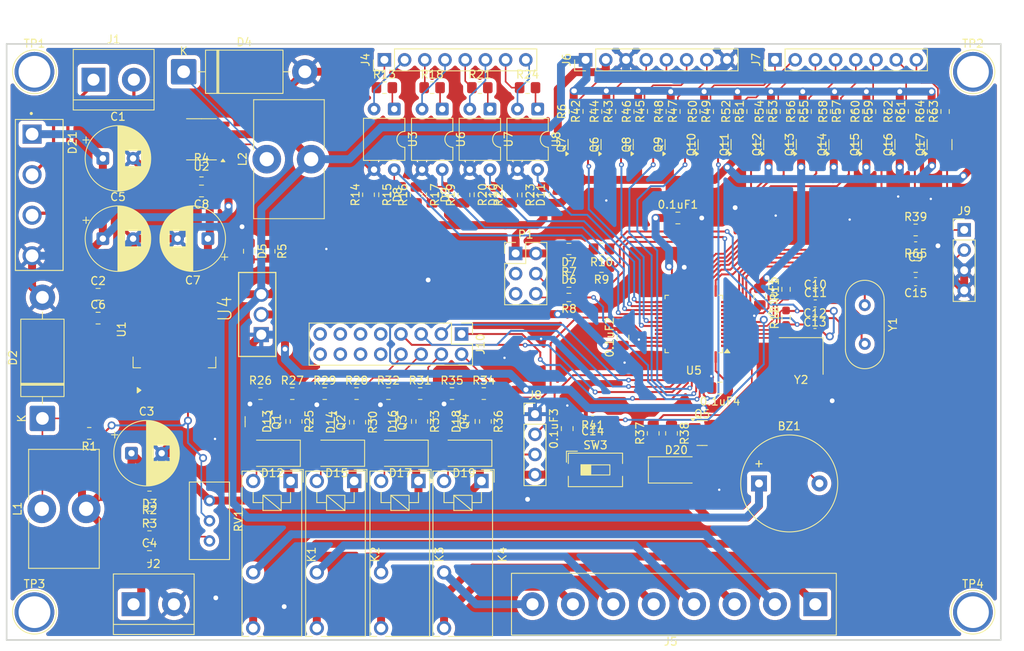
<source format=kicad_pcb>
(kicad_pcb (version 20241229) (generator "pcbnew") (generator_version "9.0")
  (layers (0 "F.Cu" signal) (2 "B.Cu" signal) (13 "F.Paste" user) (15 "B.Paste" user) (5 "F.SilkS" user "F.Silkscreen") (7 "B.SilkS" user "B.Silkscreen") (1 "F.Mask" user) (3 "B.Mask" user) (25 "Edge.Cuts" user))
  (net 0 "")
  (net 1 "+3.3V")
  (net 3 "+24V")
  (net 4 "VCC")
  (net 5 "0VDC")
  (net 6 "Net-(D4-K)")
  (net 7 "OSCIN")
  (net 8 "Net-(C10-Pad2)")
  (net 9 "OSCOUT")
  (net 10 "LED1")
  (net 11 "Net-(C12-Pad2)")
  (net 12 "LED2")
  (net 14 "Net-(J1-Pin_1)")
  (net 15 "Net-(J1-Pin_2)")
  (net 16 "Net-(D2-K)")
  (net 17 "Net-(D3-A)")
  (net 18 "Net-(D5-A)")
  (net 19 "Net-(D6-K)")
  (net 20 "Net-(D7-K)")
  (net 21 "Net-(D8-A)")
  (net 22 "In1")
  (net 23 "In2")
  (net 24 "Net-(D9-A)")
  (net 25 "Net-(D10-A)")
  (net 26 "In3")
  (net 27 "In4")
  (net 28 "Net-(D11-A)")
  (net 29 "Net-(D12-A)")
  (net 30 "Net-(D13-A)")
  (net 31 "Net-(D14-A)")
  (net 32 "Net-(D14-K)")
  (net 33 "Net-(D16-A)")
  (net 34 "Net-(D16-K)")
  (net 35 "Net-(D18-A)")
  (net 36 "Net-(D18-K)")
  (net 37 "5VDC")
  (net 38 "Net-(BZ1--)")
  (net 39 "ADC0")
  (net 40 "/MPU/4-")
  (net 41 "/MPU/3+")
  (net 42 "/MPU/2-")
  (net 43 "/MPU/2+")
  (net 44 "/MPU/1-")
  (net 45 "/MPU/1+")
  (net 46 "/MPU/4+")
  (net 47 "/MPU/3-")
  (net 48 "/MPU/MC3")
  (net 49 "/MPU/MC2")
  (net 50 "/MPU/MC1")
  (net 51 "/MPU/MC4")
  (net 52 "/MPU/Com1")
  (net 53 "/MPU/Com2")
  (net 54 "/MOSFET/5.4")
  (net 55 "/MOSFET/5.2")
  (net 56 "/MOSFET/5.1")
  (net 57 "/MOSFET/5.3")
  (net 58 "/MOSFET/6.4")
  (net 59 "/MOSFET/6.7")
  (net 60 "/MOSFET/6.8")
  (net 61 "/MOSFET/6.6")
  (net 62 "/MOSFET/6.5")
  (net 63 "/MOSFET/6.1")
  (net 64 "/MOSFET/6.2")
  (net 65 "/MOSFET/6.3")
  (net 70 "Net-(P1-Pin_4)")
  (net 72 "Net-(Q1-B)")
  (net 73 "Net-(Q2-B)")
  (net 74 "Net-(Q3-B)")
  (net 75 "Net-(Q4-B)")
  (net 76 "Net-(Q5-B)")
  (net 77 "RX")
  (net 78 "TX")
  (net 79 "SCL")
  (net 80 "SDA")
  (net 81 "TX_2")
  (net 82 "RX_2")
  (net 83 "CS")
  (net 84 "SCK")
  (net 85 "MOSI")
  (net 86 "MISO")
  (net 87 "Trig_Pin")
  (net 88 "Echo_Pin")
  (net 89 "Net-(U1-FB)")
  (net 90 "Net-(R3-Pad2)")
  (net 91 "Net-(U2-ON{slash}OFF)")
  (net 92 "BOOT1")
  (net 93 "BOOT0")
  (net 94 "Net-(R13-Pad2)")
  (net 95 "Net-(R18-Pad2)")
  (net 96 "Net-(R21-Pad2)")
  (net 97 "Net-(R24-Pad2)")
  (net 98 "Out1")
  (net 99 "Out2")
  (net 100 "Out3")
  (net 101 "BUZZ")
  (net 107 "RST")
  (net 108 "Out4")
  (net 109 "unconnected-(U5-PA12-Pad33)")
  (net 114 "SWIO")
  (net 115 "SWCLK")
  (net 120 "ADC1")
  (net 122 "Net-(P1-Pin_6)")
  (net 123 "Out1_T")
  (net 124 "Out3_T")
  (net 125 "Out2_T")
  (net 126 "Out4_T")
  (net 127 "Net-(J9-Pin_1)")
  (net 128 "Net-(J9-Pin_2)")
  (net 129 "/MPU/Com3")
  (net 130 "/MPU/Com4")
  (footprint "Resistor_SMD:R_0805_2012Metric_Pad1.20x1.40mm_HandSolder" (layer "F.Cu") (at 108.5 81)
    (property "Reference" "R28")
    (property "Value" "1K")
  )
  (footprint "Resistor_SMD:R_0805_2012Metric_Pad1.20x1.40mm_HandSolder" (layer "F.Cu") (at 128 56 90)
    (property "Reference" "R22")
    (property "Value" "150R")
  )
  (footprint "Package_DIP:DIP-4_W7.62mm" (layer "F.Cu") (at 131.275 45.195 -90)
    (property "Reference" "U8")
    (property "Value" "PC817")
  )
  (footprint "Resistor_SMD:R_0805_2012Metric_Pad1.20x1.40mm_HandSolder" (layer "F.Cu") (at 112.5 81)
    (property "Reference" "R32")
    (property "Value" "10K")
  )
  (footprint "Resistor_SMD:R_0603_1608Metric_Pad0.98x0.95mm_HandSolder" (layer "F.Cu") (at 170.3 45.5 90)
    (property "Reference" "R57")
    (property "Value" "10K")
  )
  (footprint "Resistor_SMD:R_0805_2012Metric_Pad1.20x1.40mm_HandSolder" (layer "F.Cu") (at 178.8 60.41)
    (property "Reference" "R39")
    (property "Value" "1K")
  )
  (footprint "Package_TO_SOT_SMD:SOT-23" (layer "F.Cu") (at 144.85 49.6625 90)
    (property "Reference" "Q8")
    (property "Value" "7002_GSD")
  )
  (footprint "Resistor_SMD:R_0805_2012Metric" (layer "F.Cu") (at 74.8875 86 180)
    (property "Reference" "R1")
    (property "Value" "R_ByPass")
  )
  (footprint "Resistor_SMD:R_0805_2012Metric_Pad1.20x1.40mm_HandSolder" (layer "F.Cu") (at 120 56 90)
    (property "Reference" "R17")
    (property "Value" "10K")
  )
  (footprint "Connector_PinHeader_2.54mm:PinHeader_1x08_P2.54mm_Vertical" (layer "F.Cu") (at 161.11 39 90)
    (property "Reference" "J7")
    (property "Value" "Conn_01x08_Socket")
  )
  (footprint "Inductor_THT:L_Toroid_Vertical_L14.7mm_W8.6mm_P5.58mm_Pulse_KM-1" (layer "F.Cu") (at 68.92 95.5 90)
    (property "Reference" "L1")
    (property "Value" "L_100uH")
  )
  (footprint "Connector_PinHeader_2.54mm:PinHeader_1x08_P2.54mm_Vertical" (layer "F.Cu") (at 137.3 39 90)
    (property "Reference" "J6")
    (property "Value" "Conn_01x08_Socket")
  )
  (footprint "Connector_PinHeader_2.54mm:PinHeader_2x08_P2.54mm_Vertical" (layer "F.Cu") (at 121.7 73.5 -90)
    (property "Reference" "J10")
    (property "Value" "Conn_02x08_Odd_Even")
  )
  (footprint "Capacitor_SMD:C_0805_2012Metric_Pad1.18x1.45mm_HandSolder" (layer "F.Cu") (at 76 71.5)
    (property "Reference" "C6")
    (property "Value" "0.1uF")
  )
  (footprint "Package_TO_SOT_SMD:SOT-23" (layer "F.Cu") (at 165.35 49.6625 90)
    (property "Reference" "Q13")
    (property "Value" "7002_GSD")
  )
  (footprint "Resistor_SMD:R_0603_1608Metric_Pad0.98x0.95mm_HandSolder" (layer "F.Cu") (at 176.8 45.5 90)
    (property "Reference" "R62")
    (property "Value" "10K")
  )
  (footprint "Inductor_SMD:L_0805_2012Metric_Pad1.15x1.40mm_HandSolder" (layer "F.Cu") (at 106.9 84.6 90)
    (property "Reference" "D14")
    (property "Value" "LED")
  )
  (footprint "Diode_THT:D_DO-201AD_P15.24mm_Horizontal" (layer "F.Cu") (at 69 84.12 90)
    (property "Reference" "D2")
    (property "Value" "SS16-1N5822")
  )
  (footprint "Capacitor_SMD:C_0603_1608Metric_Pad1.08x0.95mm_HandSolder" (layer "F.Cu") (at 178.8 62.41 180)
    (property "Reference" "C9")
    (property "Value" "100nF")
  )
  (footprint "Relay_THT:Relay_SPST_Omron_G5NB" (layer "F.Cu") (at 100.2 92 -90)
    (property "Reference" "K1")
    (property "Value" "G5NB")
  )
  (footprint "Resistor_SMD:R_0603_1608Metric_Pad0.98x0.95mm_HandSolder" (layer "F.Cu") (at 135.75 45.5 90)
    (property "Reference" "R6")
    (property "Value" "10K")
  )
  (footprint "Inductor_SMD:L_0805_2012Metric_Pad1.15x1.40mm_HandSolder" (layer "F.Cu") (at 95 63.0875 -90)
    (property "Reference" "D5")
    (property "Value" "LED_VCC")
  )
  (footprint "Package_SO:SOP-8_3.76x4.96mm_P1.27mm" (layer "F.Cu") (at 89 49 180)
    (property "Reference" "U2")
    (property "Value" "XL1509-5.0")
  )
  (footprint "Package_TO_SOT_SMD:SOT-23" (layer "F.Cu") (at 169.45 49.6625 90)
    (property "Reference" "Q14")
    (property "Value" "7002_GSD")
  )
  (footprint "Relay_THT:Relay_SPST_Omron_G5NB" (layer "F.Cu") (at 108.2 92 -90)
    (property "Reference" "K2")
    (property "Value" "G5NB")
  )
  (footprint "Resistor_SMD:R_0805_2012Metric" (layer "F.Cu") (at 97.5 63.0875 -90)
    (property "Reference" "R5")
    (property "Value" "330")
  )
  (footprint "Resistor_SMD:R_0603_1608Metric_Pad0.98x0.95mm_HandSolder" (layer "F.Cu") (at 168.6 45.5 90)
    (property "Reference" "R58")
    (property "Value" "10K")
  )
  (footprint "Resistor_SMD:R_0805_2012Metric_Pad1.20x1.40mm_HandSolder" (layer "F.Cu") (at 124.5 81)
    (property "Reference" "R34")
    (property "Value" "1K")
  )
  (footprint "Inductor_SMD:L_0805_2012Metric_Pad1.15x1.40mm_HandSolder" (layer "F.Cu") (at 118 56 -90)
    (property "Reference" "D9")
    (property "Value" "LED")
  )
  (footprint "Resistor_SMD:R_0805_2012Metric_Pad1.20x1.40mm_HandSolder" (layer "F.Cu") (at 116.5 81)
    (property "Reference" "R31")
    (property "Value" "1K")
  )
  (footprint "Resistor_SMD:R_0805_2012Metric_Pad1.20x1.40mm_HandSolder" (layer "F.Cu") (at 139.3 62.8 180)
    (property "Reference" "R10")
    (property "Value" "2.2K")
  )
  (footprint "Relay_THT:Relay_SPST_Omron_G5NB" (layer "F.Cu") (at 116.2825 92 -90)
    (property "Reference" "K3")
    (property "Value" "G5NB")
  )
  (footprint "TestPoint:TestPoint_Plated_Hole_D4.0mm" (layer "F.Cu") (at 186 108.5)
    (property "Reference" "TP4")
    (property "Value" "TestPoint")
  )
  (footprint "TestPoint:TestPoint_Plated_Hole_D4.0mm" (layer "F.Cu") (at 68 40.5)
    (property "Reference" "TP1")
    (property "Value" "TestPoint")
  )
  (footprint "Capacitor_SMD:C_0603_1608Metric_Pad1.08x0.95mm_HandSolder" (layer "F.Cu") (at 166.2 66.9 180)
    (property "Reference" "C11")
    (property "Value" "20pF")
  )
  (footprint "Capacitor_SMD:C_0805_2012Metric_Pad1.18x1.45mm_HandSolder" (layer "F.Cu") (at 82.4625 101.5)
    (property "Reference" "C4")
    (property "Value" "0.1uF")
  )
  (footprint "Resistor_SMD:R_0603_1608Metric_Pad0.98x0.95mm_HandSolder" (layer "F.Cu") (at 147.95 45.5 90)
    (property "Reference" "R48")
    (property "Value" "10K")
  )
  (footprint "Resistor_SMD:R_0805_2012Metric_Pad1.20x1.40mm_HandSolder" (layer "F.Cu") (at 100.9 84.5 -90)
    (property "Reference" "R25")
    (property "Value" "2.2K")
  )
  (footprint "Resistor_SMD:R_0603_1608Metric_Pad0.98x0.95mm_HandSolder" (layer "F.Cu") (at 156.4 45.5 90)
    (property "Reference" "R52")
    (property "Value" "10K")
  )
  (footprint "Resistor_SMD:R_0805_2012Metric_Pad1.20x1.40mm_HandSolder" (layer "F.Cu") (at 114 55.975 90)
    (property "Reference" "R15")
    (property "Value" "10K")
  )
  (footprint "Resistor_SMD:R_0603_1608Metric_Pad0.98x0.95mm_HandSolder" (layer "F.Cu") (at 153.9 45.5 90)
    (property "Reference" "R49")
    (property "Value" "10K")
  )
  (footprint "Resistor_SMD:R_0603_1608Metric_Pad0.98x0.95mm_HandSolder" (layer "F.Cu") (at 182.5 45.5 90)
    (property "Reference" "R63")
    (property "Value" "10K")
  )
  (footprint "Potentiometer_THT:Potentiometer_Bourns_3296W_Vertical" (layer "F.Cu") (at 90.005 99.54 -90)
    (property "Reference" "RV1")
    (property "Value" "R_Potentiometer")
  )
  (footprint "Capacitor_SMD:C_0805_2012Metric_Pad1.18x1.45mm_HandSolder" (layer "F.Cu") (at 134.985 85.4 90)
    (property "Reference" "0.1uF3")
    (property "Value" "C")
  )
  (footprint "Resistor_SMD:R_0603_1608Metric_Pad0.98x0.95mm_HandSolder" (layer "F.Cu") (at 162.3 45.5 90)
    (property "Reference" "R53")
    (property "Value" "10K")
  )
  (footprint "Resistor_SMD:R_0805_2012Metric_Pad1.20x1.40mm_HandSolder" (layer "F.Cu") (at 148.1 86 -90)
    (property "Reference" "R38")
    (property "Value" "10K")
  )
  (footprint "Capacitor_SMD:C_0805_2012Metric_Pad1.18x1.45mm_HandSolder" (layer "F.Cu") (at 89 55.5 180)
    (property "Reference" "C8")
    (property "Value" "0.1uF")
  )
  (footprint "Diode_SMD:D_SMA" (layer "F.Cu") (at 106 88.5 180)
    (property "Reference" "D15")
    (property "Value" "D")
  )
  (footprint "Resistor_SMD:R_0603_1608Metric_Pad0.98x0.95mm_HandSolder" (layer "F.Cu") (at 135.2 68.9 180)
    (property "Reference" "R8")
    (property "Value" "100K")
  )
  (footprint "Resistor_SMD:R_0603_1608Metric_Pad0.98x0.95mm_HandSolder" (layer "F.Cu") (at 137.5 45.4875 90)
    (property "Reference" "R42")
    (property "Value" "10K")
  )
  (footprint "Resistor_SMD:R_0603_1608Metric_Pad0.98x0.95mm_HandSolder" (layer "F.Cu") (at 139.85 45.5 90)
    (property "Reference" "R44")
    (property "Value" "10K")
  )
  (footprint "Diode_SMD:D_SMA" (layer "F.Cu") (at 97.9175 88.5 180)
    (property "Reference" "D12")
    (property "Value" "D")
  )
  (footprint "Resistor_SMD:R_0805_2012Metric" (layer "F.Cu") (at 82.4625 99)
    (property "Reference" "R3")
    (property "Value" "R3")
  )
  (footprint "Capacitor_SMD:C_0805_2012Metric_Pad1.18x1.45mm_HandSolder" (layer "F.Cu") (at 159.2 68.8 -90)
    (property "Reference" "0.1uF5")
    (property "Value" "C")
  )
  (footprint "Package_TO_SOT_SMD:SOT-23" (layer "F.Cu") (at 173.55 49.6625 90)
    (property "Reference" "Q15")
    (property "Value" "7002_GSD")
  )
  (footprint "TerminalBlock:TerminalBlock_bornier-8_P5.08mm" (layer "F.Cu") (at 166.18 107.5 180)
    (property "Reference" "J5")
    (property "Value" "Conn_01x08_Socket")
  )
  (footprint "Resistor_SMD:R_0603_1608Metric_Pad0.98x0.95mm_HandSolder" (layer "F.Cu") (at 158.1 45.5 90)
    (property "Reference" "R51")
    (property "Value" "10K")
  )
  (footprint "Capacitor_THT:CP_Radial_D8.0mm_P3.80mm" (layer "F.Cu") (at 76.597349 51.4)
    (property "Reference" "C1")
    (property "Value" "220uF/50V")
  )
  (footprint "Resistor_SMD:R_0805_2012Metric_Pad1.20x1.40mm_HandSolder" (layer "F.Cu") (at 96.4175 81)
    (property "Reference" "R26")
    (property "Value" "10K")
  )
  (footprint "Resistor_SMD:R_0603_1608Metric_Pad0.98x0.95mm_HandSolder" (layer "F.Cu") (at 135.2 67.1)
    (property "Reference" "R7")
    (property "Value" "100K")
  )
  (footprint "Resistor_SMD:R_0805_2012Metric_Pad1.20x1.40mm_HandSolder" (layer "F.Cu") (at 82.4625 94 180)
    (property "Reference" "R2")
    (property "Value" "R_VCC")
  )
  (footprint "Inductor_SMD:L_0805_2012Metric_Pad1.15x1.40mm_HandSolder" (layer "F.Cu") (at 135.2 65 180)
    (property "Reference" "D6")
    (property "Value" "LED")
  )
  (footprint "TestPoint:TestPoint_Plated_Hole_D4.0mm" (layer "F.Cu") (at 68 108.5)
    (property "Reference" "TP3")
    (property "Value" "TestPoint")
  )
  (footprint "Capacitor_THT:CP_Radial_D8.0mm_P3.80mm" (layer "F.Cu") (at 89.802651 61.5 180)
    (property "Reference" "C7")
    (property "Value" "220uF/50V")
  )
  (footprint "Package_TO_SOT_SMD:SOT-23" (layer "F.Cu") (at 153 49.6625 90)
    (property "Reference" "Q10")
    (property "Value" "7002_GSD")
  )
  (footprint "Inductor_SMD:L_0805_2012Metric_Pad1.15x1.40mm_HandSolder" (layer "F.Cu") (at 82.4875 96.5)
    (property "Reference" "D3")
    (property "Value" "LED_VCC")
  )
  (footprint "Diode_SMD:D_SMA" (layer "F.Cu") (at 122 88.5 180)
    (property "Reference" "D19")
    (property "Value" "D")
  )
  (footprint "Resistor_SMD:R_0603_1608Metric_Pad0.98x0.95mm_HandSolder" (layer "F.Cu") (at 162.5 71.45 90)
    (property "Reference" "R12")
    (property "Value" "1M")
  )
  (footprint "Resistor_SMD:R_0805_2012Metric_Pad1.20x1.40mm_HandSolder" (layer "F.Cu") (at 110 55.975 90)
    (property "Reference" "R14")
    (property "Value" "150R")
  )
  (footprint "Diode_SMD:D_SMA" (layer "F.Cu") (at 114 88.5 180)
    (property "Reference" "D17")
    (property "Value" "D")
  )
  (footprint "Package_TO_SOT_SMD:SOT-23" (layer "F.Cu") (at 119.7 84.5 -90)
    (property "Reference" "Q4")
    (property "Value" "C1815")
  )
  (footprint "Connector_PinHeader_2.54mm:PinHeader_1x04_P2.54mm_Vertical" (layer "F.Cu") (at 184.9 60.4)
    (property "Reference" "J9")
    (property "Value" "Conn_01x04_Socket")
  )
  (footprint "Resistor_SMD:R_0805_2012Metric_Pad1.20x1.40mm_HandSolder" (layer "F.Cu") (at 124.7 84.5 -90)
    (property "Reference" "R36")
    (property "Value" "2.2K")
  )
  (footprint "Resistor_SMD:R_0805_2012Metric_Pad1.20x1.40mm_HandSolder" (layer "F.Cu") (at 116.7 84.5 -90)
    (property "Reference" "R33")
    (property "Value" "2.2K")
  )
  (footprint "Resistor_SMD:R_0603_1608Metric_Pad0.98x0.95mm_HandSolder" (layer "F.Cu") (at 178.4 45.5 90)
    (property "Reference" "R61")
    (property "Value" "10K")
  )
  (footprint "My_Footprint_Library:SIP600W130P510L1900H1630Q4" (layer "F.Cu") (at 68.6 56 -90)
    (property "Reference" "D21")
    (property "Value" "KBL406G")
  )
  (footprint "Relay_THT:Relay_SPST_Omron_G5NB" (layer "F.Cu") (at 124.2 92 -90)
    (property "Reference" "K4")
    (property "Value" "G5NB")
  )
  (footprint "Inductor_SMD:L_0805_2012Metric_Pad1.15x1.40mm_HandSolder" (layer "F.Cu") (at 124 55.975 -90)
    (property "Reference" "D10")
    (property "Value" "LED")
  )
  (footprint "Capacitor_THT:CP_Radial_D8.0mm_P3.80mm" (layer "F.Cu") (at 80.197349 88.5)
    (property "Reference" "C3")
    (property "Value" "100uF/50V")
  )
  (footprint "Resistor_SMD:R_0805_2012Metric_Pad1.20x1.40mm_HandSolder" (layer "F.Cu") (at 145.8 86 90)
    (property "Reference" "R37")
    (property "Value" "1K")
  )
  (footprint "Package_QFP:LQFP-48_7x7mm_P0.5mm" (layer "F.Cu") (at 150.9 72.2375 180)
    (property "Reference" "U5")
    (property "Value" "STM32F103CBTx")
  )
  (footprint "Package_TO_SOT_SMD:SOT-23" (layer "F.Cu") (at 140.8 49.6625 90)
    (property "Reference" "Q6")
    (property "Value" "7002_GSD")
  )
  (footprint "Resistor_SMD:R_0805_2012Metric" (layer "F.Cu") (at 89 53)
    (property "Reference" "R4")
    (property "Value" "R_VCC")
  )
  (footprint "Resistor_SMD:R_0805_2012Metric_Pad1.20x1.40mm_HandSolder" (layer "F.Cu") (at 130 42.5)
    (property "Reference" "R24")
    (property "Value" "470R")
  )
  (footprint "Package_TO_SOT_SMD:SOT-23" (layer "F.Cu") (at 177.75 49.6625 90)
    (property "Reference" "Q16")
    (property "Value" "7002_GSD")
  )
  (footprint "Inductor_SMD:L_0805_2012Metric_Pad1.15x1.40mm_HandSolder" (layer "F.Cu") (at 112 55.975 -90)
    (property "Reference" "D8")
    (property "Value" "LED")
  )
  (footprint "TerminalBlock:TerminalBlock_bornier-2_P5.08mm" (layer "F.Cu") (at 80.46 107.5)
    (property "Reference" "J2")
    (property "Value" "Conn_01x02")
  )
  (footprint "Package_TO_SOT_SMD:SOT-23" (layer "F.Cu") (at 161.25 49.6625 90)
    (property "Reference" "Q12")
    (property "Value" "7002_GSD")
  )
  (footprint "Resistor_SMD:R_0603_1608Metric_Pad0.98x0.95mm_HandSolder" (layer "F.Cu") (at 166.2 45.5 90)
    (property "Reference" "R55")
    (property "Value" "10K")
  )
  (footprint "Resistor_SMD:R_0603_1608Metric_Pad0.98x0.95mm_HandSolder" (layer "F.Cu") (at 164.55 45.5 90)
    (property "Reference" "R56")
    (property "Value" "10K")
  )
  (footprint "TerminalBlock:TerminalBlock_bornier-2_P5.08mm" (layer "F.Cu") (at 75.42 41.5)
    (property "Reference" "J1")
    (property "Value" "Conn_01x02")
  )
  (footprint "Package_DIP:DIP-4_W7.62mm" (layer "F.Cu") (at 125.275 45.195 -90)
    (property "Reference" "U7")
    (property "Value" "PC817")
  )
  (footprint "Package_TO_SOT_SMD:TO-263-5_TabPin3" (layer "F.Cu") (at 85.6 72.925 90)
    (property "Reference" "U1")
    (property "Value" "LM2596S-ADJ")
  )
  (footprint "Resistor_SMD:R_0603_1608Metric_Pad0.98x0.95mm_HandSolder" (layer "F.Cu") (at 172.65 45.5 90)
    (property "Reference" "R60")
    (property "Value" "10K")
  )
  (footprint "Capacitor_SMD:C_0603_1608Metric_Pad1.08x0.95mm_HandSolder" (layer "F.Cu") (at 138.185 84.3 180)
    (property "Reference" "C14")
    (property "Value" "1uF")
  )
  (footprint "Inductor_SMD:L_0805_2012Metric_Pad1.15x1.40mm_HandSolder" (layer "F.Cu") (at 135.2 62.8 180)
    (property "Reference" "D7")
    (property "Value" "LED")
  )
  (footprint "Resistor_SMD:R_0603_1608Metric_Pad0.98x0.95mm_HandSolder" (layer "F.Cu") (at 160.6 45.5 90)
    (property "Reference" "R54")
    (property "Value" "10K")
  )
  (footprint "Capacitor_SMD:C_0603_1608Metric_Pad1.08x0.95mm_HandSolder" (layer "F.Cu") (at 166.1375 70.6 180)
    (property "Reference" "C13")
    (property "Value" "20pF")
  )
  (footprint "Capacitor_SMD:C_0603_1608Metric_Pad1.08x0.95mm_HandSolder" (layer "F.Cu") (at 178.8 66.91 180)
    (property "Reference" "C15")
    (property "Value" "100nF")
  )
  (footprint "Resistor_SMD:R_0805_2012Metric_Pad1.20x1.40mm_HandSolder" (layer "F.Cu") (at 118 42.5)
    (property "Reference" "R18")
    (property "Value" "470R")
  )
  (footprint "Package_TO_SOT_SMD:SOT-23" (layer "F.Cu") (at 157.15 49.6625 90)
    (property "Reference" "Q11")
    (property "Value" "7002_GSD")
  )
  (footprint "Connector_PinHeader_2.54mm:PinHeader_1x04_P2.54mm_Vertical" (layer "F.Cu") (at 130.935 83.58)
    (property "Reference" "J8")
    (property "Value" "Conn_01x04_Socket")
  )
  (footprint "Inductor_SMD:L_0805_2012Metric_Pad1.15x1.40mm_HandSolder" (layer "F.Cu") (at 122.7 84.5 90)
    (property "Reference" "D18")
    (property "Value" "LED")
  )
  (footprint "Crystal:Crystal_SMD_3225-4Pin_3.2x2.5mm_HandSoldering" (layer "F.Cu") (at 164.4 76.2625 180)
    (property "Reference" "Y2")
    (property "Value" "32.768K")
  )
  (footprint "Resistor_SMD:R_0603_1608Metric_Pad0.98x0.95mm_HandSolder" (layer "F.Cu") (at 149.7 45.5 90)
    (property "Reference" "R47")
    (property "Value" "10K")
  )
  (footprint "Resistor_SMD:R_0805_2012Metric_Pad1.20x1.40mm_HandSolder" (layer "F.Cu") (at 104.5 81)
    (property "Reference" "R29")
    (property "Value" "10K")
  )
  (footprint "Package_TO_SOT_SMD:SOT-23" (layer "F.Cu") (at 151.95 85.9625)
    (property "Reference" "Q5")
    (property "Value" "C1815")
  )
  (footprint "Capacitor_THT:CP_Radial_D8.0mm_P3.80mm" (layer "F.Cu") (at 76.597349 61.5)
    (property "Reference" "C5")
    (property "Value" "220uF/50V")
  )
  (footprint "Package_TO_SOT_SMD:SOT-23" (layer "F.Cu") (at 136.65 49.6625 90)
    (property "Reference" "Q7")
    (property "Value" "7002_GSD")
  )
  (footprint "Buzzer_Beeper:Buzzer_12x9.5RM7.6" (layer "F.Cu") (at 159.1 92.3)
    (property "Reference" "BZ1")
    (property "Value" "Buzzer")
  )
  (footprint "Connector_PinHeader_2.54mm:PinHeader_2x03_P2.54mm_Vertical" (layer "F.Cu") (at 128.5 63.36)
    (property "Reference" "P1")
    (property "Value" "Conn_02x03")
  )
  (footprint "Resistor_SMD:R_0805_2012Metric_Pad1.20x1.40mm_HandSolder" (layer "F.Cu") (at 116 56 90)
    (property "Reference" "R16")
    (property "Value" "150R")
  )
  (footprint "Resistor_SMD:R_0603_1608Metric_Pad0.98x0.95mm_HandSolder" (layer "F.Cu") (at 138.185 86.4)
    (property "Reference" "R41")
    (property "Value" "10K")
  )
  (footprint "Package_TO_SOT_SMD:SOT-23" (layer "F.Cu") (at 104.15 84.6375 -90)
    (property "Reference" "Q2")
    (property "Value" "C1815")
  )
  (footprint "Resistor_SMD:R_0805_2012Metric_Pad1.20x1.40mm_HandSolder" (layer "F.Cu") (at 122 56 90)
    (property "Reference" "R19")
    (property "Value" "150R")
  )
  (footprint "Diode_SMD:D_SMA" (layer "F.Cu") (at 148.7 90.6)
    (property "Reference" "D20")
    (property "Value" "D")
  )
  (footprint "Resistor_SMD:R_0603_1608Metric_Pad0.98x0.95mm_HandSolder" (layer "F.Cu") (at 145.6 45.4875 90)
    (property "Reference" "R45")
    (property "Value" "10K")
  )
  (footprint "Capacitor_SMD:C_0603_1608Metric_Pad1.08x0.95mm_HandSolder" (layer "F.Cu") (at 166.175 68.7)
    (property "Reference" "C10")
    (property "Value" "20pF")
  )
  (footprint "Capacitor_SMD:C_0603_1608Metric_Pad1.08x0.95mm_HandSolder" (layer "F.Cu") (at 166.1375 72.3)
    (property "Reference" "C12")
    (property "Value" "20pF")
  )
  (footprint "Capacitor_SMD:C_0805_2012Metric_Pad1.18x1.45mm_HandSolder" (layer "F.Cu") (at 154.2 80.3 180)
    (property "Reference" "0.1uF4")
    (property "Value" "C")
  )
  (footprint "Capacitor_SMD:C_0805_2012Metric_Pad1.18x1.45mm_HandSolder" (layer "F.Cu") (at 76 68.5)
    (property "Reference" "C2")
    (property "Value" "0.1uF")
  )
  (footprint "Package_TO_SOT_SMD:SOT-23" (layer "F.Cu") (at 96.05 84.5375 -90)
    (property "Reference" "Q1")
    (property "Value" "C1815")
  )
  (footprint "Resistor_SMD:R_0805_2012Metric_Pad1.20x1.40mm_HandSolder" (layer "F.Cu") (at 112 42.5)
    (property "Reference" "R13")
    (property "Value" "470R")
  )
  (footprint "Resistor_SMD:R_0603_1608Metric_Pad0.98x0.95mm_HandSolder" (layer "F.Cu") (at 162.5 67.875 90)
    (property "Reference" "R11")
    (property "Value" "1M")
  )
  (footprint "Package_TO_SOT_SMD:SOT-23" (layer "F.Cu") (at 181.8 49.6625 90)
    (property "Reference" "Q17")
    (property "Value" "7002_GSD")
  )
  (footprint "Resistor_SMD:R_0603_1608Metric_Pad0.98x0.95mm_HandSolder" (layer "F.Cu") (at 152.2 45.5 90)
    (property "Reference" "R50")
    (property "Value" "10K")
  )
  (footprint "Package_TO_SOT_SMD:SOT-23" (layer "F.Cu") (at 148.85 49.6625 90)
    (property "Reference" "Q9")
    (property "Value" "7002_GSD")
  )
  (footprint "Resistor_SMD:R_0805_2012Metric_Pad1.20x1.40mm_HandSolder" (layer "F.Cu") (at 132 56 90)
    (property "Reference" "R23")
    (property "Value" "10K")
  )
  (footprint "Resistor_SMD:R_0805_2012Metric_Pad1.20x1.40mm_HandSolder" (layer "F.Cu") (at 178.8 65.01)
    (property "Reference" "R65")
    (property "Value" "1K")
  )
  (footprint "Resistor_SMD:R_0603_1608Metric_Pad0.98x0.95mm_HandSolder" (layer "F.Cu") (at 143.9 45.5 90)
    (property "Reference" "R46")
    (property "Value" "10K")
  )
  (footprint "Resistor_SMD:R_0805_2012Metric_Pad1.20x1.40mm_HandSolder" (layer "F.Cu") (at 126 55.975 90)
    (property "Reference" "R20")
    (property "Value" "10K")
  )
  (footprint "Resistor_SMD:R_0805_2012Metric_Pad1.20x1.40mm_HandSolder" (layer "F.Cu") (at 108.9 84.6 -90)
    (property "Reference" "R30")
    (property "Value" "2.2K")
  )
  (footprint "Resistor_SMD:R_0805_2012Metric_Pad1.20x1.40mm_HandSolder" (layer "F.Cu") (at 124 42.5)
    (property "Reference" "R21")
    (property "Value" "470R")
  )
  (footprint "Package_DIP:DIP-4_W7.62mm" (layer "F.Cu") (at 113.24 45.195 -90)
    (property "Reference" "U3")
    (property "Value" "PC817")
  )
  (footprint "Inductor_SMD:L_0805_2012Metric_Pad1.15x1.40mm_HandSolder" (layer "F.Cu") (at 130 56 -90)
    (property "Reference" "D11")
    (property "Value" "LED")
  )
  (footprint "Capacitor_SMD:C_0805_2012Metric_Pad1.18x1.45mm_HandSolder" (layer "F.Cu") (at 148.9 58.9)
    (property "Reference" "0.1uF1")
    (property "Value" "0.1uF")
  )
  (footprint "Connector_PinHeader_2.54mm:PinHeader_1x08_P2.54mm_Vertical" (layer "F.Cu") (at 112 39 90)
    (property "Reference" "J4")
    (property "Value" "Conn_01x08_Socket")
  )
  (footprint "Inductor_SMD:L_0805_2012Metric_Pad1.15x1.40mm_HandSolder" (layer "F.Cu") (at 98.9 84.5 90)
    (property "Reference" "D13")
    (property "Value" "LED")
  )
  (footprint "Button_Switch_SMD:SW_DIP_SPSTx01_Slide_6.7x4.1mm_W6.73mm_P2.54mm_LowProfile_JPin" (layer "F.Cu") (at 138.535 90.6)
    (property "Reference" "SW3")
    (property "Value" "RST")
  )
  (footprint "Diode_THT:D_DO-201AD_P15.24mm_Horizontal" (layer "F.Cu") (at 86.76 40.5)
    (property "Reference" "D4")
    (property "Value" "SS16-1N5822")
  )
  (footprint "Resistor_SMD:R_0805_2012Metric_Pad1.20x1.40mm_HandSolder" (layer "F.Cu") (at 120.5 81)
    (property "Reference" "R35")
    (property "Value" "10K")
  )
  (footprint "Resistor_SMD:R_0805_2012Metric_Pad1.20x1.40mm_HandSolder" (layer "F.Cu") (at 139.3 65 180)
    (property "Reference" "R9")
    (property "Value" "2.2K")
  )
  (footprint "Inductor_THT:L_Toroid_Vertical_L14.7mm_W8.6mm_P5.58mm_Pulse_KM-1" (layer "F.Cu") (at 97.21 51.5 90)
    (property "Reference" "L2")
    (property "Value" "L_100uH")
  )
  (footprint "Resistor_SMD:R_0603_1608Metric_Pad0.98x0.95mm_HandSolder" (layer "F.Cu") (at 141.6 45.5 90)
    (property "Reference" "R43")
    (property "Value" "10K")
  )
  (footprint "Capacitor_SMD:C_0805_2012Metric_Pad1.18x1.45mm_HandSolder" (layer "F.Cu") (at 142 73.9 90)
    (property "Reference" "0.1uF2")
    (property "Value" "C")
  )
  (footprint "Inductor_SMD:L_0805_2012Metric_Pad1.15x1.40mm_HandSolder" (layer "F.Cu") (at 114.7 84.5 90)
    (property "Reference" "D16")
    (property "Value" "LED")
  )
  (footprint "TestPoint:TestPoint_Plated_Hole_D4.0mm" (layer "F.Cu") (at 186 40.5)
    (property "Reference" "TP2")
    (property "Value" "TestPoint")
  )
  (footprint "Resistor_SMD:R_0603_1608Metric_Pad0.98x0.95mm_HandSolder" (layer "F.Cu") (at 180.8 45.5 90)
    (property "Reference" "R64")
    (property "Value" "10K")
  )
  (footprint "My_Footprint_Library:TO254P470X1016X2222-3P" (layer "F.Cu") (at 95.5 68.5 90)
    (property "Reference" "U4")
    (property "Value" "LM1117DT-3.3")
  )
  (footprint "Package_DIP:DIP-4_W7.62mm" (layer "F.Cu") (at 119.275 45.195 -90)
    (property "Reference" "U6")
    (property "Value" "PC817")
  )
  (footprint "Crystal:Crystal_HC49-U_Vertical" (layer "F.Cu") (at 172.4 69.8625 -90)
    (property "Reference" "Y1")
    (property "Value" "8MHz")
  )
  (footprint "Resistor_SMD:R_0805_2012Metric_Pad1.20x1.40mm_HandSolder" (layer "F.Cu") (at 100.4175 81)
    (property "Reference" "R27")
    (property "Value" "1K")
  )
  (footprint "Resistor_SMD:R_0603_1608Metric_Pad0.98x0.95mm_HandSolder" (layer "F.Cu") (at 174.3 45.5 90)
    (property "Reference" "R59")
    (property "Value" "10K")
  )
  (footprint "Package_TO_SOT_SMD:SOT-23" (layer "F.Cu") (at 111.85 84.6375 -90)
    (property "Reference" "Q3")
    (property "Value" "C1815")
  )
  (gr_line (start 64.5 37) (end 189.5 37) (stroke (width 0.2)) (layer "Edge.Cuts"))
  (gr_line (start 189.5 112) (end 64.5 112) (stroke (width 0.2)) (layer "Edge.Cuts"))
  (gr_line (start 64.5 112) (end 64.5 37) (stroke (width 0.2)) (layer "Edge.Cuts"))
  (gr_line (start 189.5 37) (end 189.5 112) (stroke (width 0.2)) (layer "Edge.Cuts"))
  (segment (start 150.9 49.25) (end 152.25 50.6) (width 0.5) (layer "F.Cu") (net 1))
  (segment (start 147.9 53.8) (end 147.6 54.1) (width 1) (layer "F.Cu") (net 1))
  (segment (start 167.4 49.5) (end 168.5 50.6) (width 0.5) (layer "F.Cu") (net 1))
  (segment (start 147.6 54.1) (end 143.7 54.1) (width 1) (layer "F.Cu") (net 1))
  (segment (start 179.5 49) (end 180.85 50.35) (width 0.5) (layer "F.Cu") (net 1))
  (segment (start 167.4 44.9) (end 167.4 49.5) (width 0.5) (layer "F.Cu") (net 1))
  (segment (start 168.5 50.6) (end 168.5 52.5) (width 1) (layer "F.Cu") (net 1))
  (segment (start 110 60.8) (end 110 65.5) (width 1) (layer "F.Cu") (net 1))
  (segment (start 152.05 50.6) (end 152.05 53.65) (width 1) (layer "F.Cu") (net 1))
  (segment (start 137.1 54.1) (end 140.2 54.1) (width 1) (layer "F.Cu") (net 1))
  (segment (start 147.8625 58.9) (end 146.1 58.9) (width 1) (layer "F.Cu") (net 1))
  (segment (start 127.6 81.2) (end 127.6 90.7) (width 1) (layer "F.Cu") (net 1))
  (segment (start 163.3 49.3) (end 164.6 50.6) (width 0.5) (layer "F.Cu") (net 1))
  (segment (start 153.65 76.4) (end 153.65 78.15) (width 0.245) (layer "F.Cu") (net 1))
  (segment (start 155.0625 70.9875) (end 157.5125 70.9875) (width 0.245) (layer "F.Cu") (net 1))
  (segment (start 137.235 86.4375) (end 137.2725 86.4) (width 1) (layer "F.Cu") (net 1))
  (segment (start 139.85 50.6) (end 139.85 53.05) (width 1) (layer "F.Cu") (net 1))
  (segment (start 103.7 71.04) (end 100 71.04) (width 1) (layer "F.Cu") (net 1))
  (segment (start 132.235 91.2) (end 133.035 90.4) (width 1) (layer "F.Cu") (net 1))
  (segment (start 155.107814 52.507814) (end 153.515628 54.1) (width 1) (layer "F.Cu") (net 1))
  (segment (start 167.0875 44.5875) (end 167.4 44.9) (width 0.5) (layer "F.Cu") (net 1))
  (segment (start 154.7875 44.5875) (end 155 44.8) (width 0.5) (layer "F.Cu") (net 1))
  (segment (start 171.5 45.1) (end 171.5 49.5) (width 0.5) (layer "F.Cu") (net 1))
  (segment (start 153.65 78.15) (end 155.2375 79.7375) (width 0.245) (layer "F.Cu") (net 1))
  (segment (start 126 56.975) (end 126 58.6) (width 1) (layer "F.Cu") (net 1))
  (segment (start 100 71.04) (end 99.5 71.04) (width 1) (layer "F.Cu") (net 1))
  (segment (start 142.05 74.9875) (end 146.7375 74.9875) (width 0.245) (layer "F.Cu") (net 1))
  (segment (start 171.5 49.5) (end 172.6 50.6) (width 0.5) (layer "F.Cu") (net 1))
  (segment (start 120 57) (end 122 57) (width 1) (layer "F.Cu") (net 1))
  (segment (start 139.8 50.6) (end 139.9 50.6) (width 0.5) (layer "F.Cu") (net 1))
  (segment (start 159.2 49.2) (end 160.6 50.6) (width 0.5) (layer "F.Cu") (net 1))
  (segment (start 135.949 40.551) (end 139.491081 40.551) (width 1) (layer "F.Cu") (net 1))
  (segment (start 153.241105 82.8765) (end 152.1 82.8765) (width 1) (layer "F.Cu") (net 1))
  (segment (start 145.6 44.575) (end 146.175 44.575) (width 0.5) (layer "F.Cu") (net 1))
  (segment (start 179.5 44.9) (end 179.5 49) (width 0.5) (layer "F.Cu") (net 1))
  (segment (start 166.2 44.5875) (end 167.0875 44.5875) (width 0.5) (layer "F.Cu") (net 1))
  (segment (start 182.5 44.5875) (end 185.6 47.6875) (width 1) (layer "F.Cu") (net 1))
  (segment (start 134.2 57) (end 137.1 54.1) (width 1) (layer "F.Cu") (net 1))
  (segment (start 155 49.1) (end 156.5 50.6) (width 0.5) (layer "F.Cu") (net 1))
  (segment (start 151.6 54.1) (end 148.1 54.1) (width 1) (layer "F.Cu") (net 1))
  (segment (start 133.615 63.36) (end 134.175 62.8) (width 1) (layer "F.Cu") (net 1))
  (segment (start 138.7 45) (end 138.7 49.5) (width 0.5) (layer "F.Cu") (net 1))
  (segment (start 140.2 54.1) (end 140.9 54.1) (width 1) (layer "F.Cu") (net 1))
  (segment (start 170.9875 44.5875) (end 171.5 45.1) (width 0.5) (layer "F.Cu") (net 1))
  (segment (start 103.74 71) (end 103.7 71.04) (width 1) (layer "F.Cu") (net 1))
  (segment (start 142 74.9375) (end 139.7375 74.9375) (width 1) (layer "F.Cu") (net 1))
  (segment (start 143.9 50.6) (end 143.9 53.9) (width 1) (layer "F.Cu") (net 1))
  (segment (start 135.7 52.7) (end 137.1 54.1) (width 1) (layer "F.Cu") (net 1))
  (segment (start 180.85 50.6) (end 180.85 52.35) (width 1) (layer "F.Cu") (net 1))
  (segment (start 127.975 56.975) (end 128 57) (width 1) (layer "F.Cu") (net 1))
  (segment (start 110 65.5) (end 104.46 71.04) (width 1) (layer "F.Cu") (net 1))
  (segment (start 175.6 49.4) (end 176.8 50.6) (width 0.5) (layer "F.Cu") (net 1))
  (segment (start 138.7 49.5) (end 139.8 50.6) (width 0.5) (layer "F.Cu") (net 1))
  (segment (start 143.7 54.1) (end 140.2 54.1) (width 1) (layer "F.Cu") (net 1))
  (segment (start 133.8 48.7) (end 133.8 42.7) (width 1) (layer "F.Cu") (net 1))
  (segment (start 142 74.9375) (end 142.05 74.9875) (width 0.245) (layer "F.Cu") (net 1))
  (segment (start 148.15 68.075) (end 148.15 65.35) (width 0.245) (layer "F.Cu") (net 1))
  (segment (start 158 68) (end 158.2375 67.7625) (width 0.245) (layer "F.Cu") (net 1))
  (segment (start 159.2 67.3) (end 160.1 66.4) (width 1) (layer "F.Cu") (net 1))
  (segment (start 146.175 44.575) (end 146.8 45.2) (width 0.5) (layer "F.Cu") (net 1))
  (segment (start 129.9 59.8) (end 127.2 59.8) (width 1) (layer "F.Cu") (net 1))
  (segment (start 150.9 44.9) (end 150.9 49.25) (width 0.5) (layer "F.Cu") (net 1))
  (segment (start 99.5 71.04) (end 99.5 75.4) (width 1) (layer "F.Cu") (net 1))
  (segment (start 135.7 50.6) (end 135.7 52.7) (width 1) (layer "F.Cu") (net 1))
  (segment (start 170.3 44.5875) (end 170.9875 44.5875) (width 0.5) (layer "F.Cu") (net 1))
  (segment (start 159.2 44.9) (end 159.2 49.2) (width 0.5) (layer "F.Cu") (net 1))
  (segment (start 139.85 53.05) (end 140.9 54.1) (width 1) (layer "F.Cu") (net 1))
  (segment (start 137.5 44.575) (end 138.275 44.575) (width 0.5) (layer "F.Cu") (net 1))
  (segment (start 159.2 67.7625) (end 159.2 67.3) (width 1) (layer "F.Cu") (net 1))
  (segment (start 158.2375 67.7625) (end 159.2 67.7625) (width 0.245) (layer "F.Cu") (net 1))
  (segment (start 142.8 49.5) (end 143.9 50.6) (width 0.5) (layer "F.Cu") (net 1))
  (segment (start 114 56.975) (end 114 58.7) (width 1) (layer "F.Cu") (net 1))
  (segment (start 155.2375 79.7375) (end 155.2375 80.3) (width 0.245) (layer "F.Cu") (net 1))
  (segment (start 128.1 91.2) (end 130.935 91.2) (width 1) (layer "F.Cu") (net 1))
  (segment (start 158.1 44.5875) (end 158.8875 44.5875) (width 0.5) (layer "F.Cu") (net 1))
  (segment (start 179.1875 44.5875) (end 179.5 44.9) (width 0.5) (layer "F.Cu") (net 1))
  (segment (start 158 70.5) (end 158 68) (width 0.245) (layer "F.Cu") (net 1))
  (segment (start 128.5 63.36) (end 128.5 61.2) (width 1) (layer "F.Cu") (net 1))
  (segment (start 115.1 59.8) (end 111 59.8) (width 1) (layer "F.Cu") (net 1))
  (segment (start 132 57) (end 132 59) (width 1) (layer "F.Cu") (net 1))
  (segment (start 141.6 44.5875) (end 142.3875 44.5875) (width 0.5) (layer "F.Cu") (net 1))
  (segment (start 111 59.8) (end 110 60.8) (width 1) (layer "F.Cu") (net 1))
  (segment (start 150.5875 44.5875) (end 150.9 44.9) (width 0.5) (layer "F.Cu") (net 1))
  (segment (start 175.6 45) (end 175.6 49.4) (width 0.5) (layer "F.Cu") (net 1))
  (segment (start 139.84 40.202081) (end 139.84 39) (width 1) (layer "F.Cu") (net 1))
  (segment (start 134.175 62.8) (end 134.175 65) (width 0.5) (layer "F.Cu") (net 1))
  (segment (start 129.8 80.5) (end 128.3 80.5) (width 1) (layer "F.Cu") (net 1))
  (segment (start 148.1 54.1) (end 147.6 54.1) (width 1) (layer "F.Cu") (net 1))
  (segment (start 176.8 50.6) (end 176.8 52.4) (width 1) (layer "F.Cu") (net 1))
  (segment (start 163.3 44.8) (end 163.3 49.3) (width 0.5) (layer "F.Cu") (net 1))
  (segment (start 128.3 80.5) (end 127.6 81.2) (width 1) (layer "F.Cu") (net 1))
  (segment (start 155 44.8) (end 155 49.1) (width 0.5) (layer "F.Cu") (net 1))
  (segment (start 128.5 61.2) (end 129.9 59.8) (width 1) (layer "F.Cu") (net 1))
  (segment (start 157.5125 70.9875) (end 158 70.5) (width 0.245) (layer "F.Cu") (net 1))
  (segment (start 156.2 51.415628) (end 155.107814 52.507814) (width 1) (layer "F.Cu") (net 1))
  (segment (start 139.491081 40.551) (end 139.84 40.202081) (width 1) (layer "F.Cu") (net 1))
  (segment (start 138.275 44.575) (end 138.7 45) (width 0.5) (layer "F.Cu") (net 1))
  (segment (start 180.85 50.35) (end 180.85 50.6) (width 0.5) (layer "F.Cu") (net 1))
  (segment (start 178.4 44.5875) (end 179.1875 44.5875) (width 0.5) (layer "F.Cu") (net 1))
  (segment (start 142.3875 44.5875) (end 142.8 45) (width 0.5) (layer "F.Cu") (net 1))
  (segment (start 155.2375 81.025) (end 153.3635 82.899) (width 1) (layer "F.Cu") (net 1))
  (segment (start 143.9 53.9) (end 143.7 54.1) (width 1) (layer "F.Cu") (net 1))
  (segment (start 147.8625 54.3375) (end 148.1 54.1) (width 1) (layer "F.Cu") (net 1))
  (segment (start 114 58.7) (end 115.1 59.8) (width 1) (layer "F.Cu") (net 1))
  (segment (start 156.2 50.6) (end 156.2 51.415628) (width 1) (layer "F.Cu") (net 1))
  (segment (start 163.0875 44.5875) (end 163.3 44.8) (width 0.5) (layer "F.Cu") (net 1))
  (segment (start 126 58.6) (end 127.2 59.8) (width 1) (layer "F.Cu") (net 1))
  (segment (start 160.3 50.6) (end 160.3 52.5) (width 1) (layer "F.Cu") (net 1))
  (segment (start 146.8 49.5) (end 147.9 50.6) (width 0.5) (layer "F.Cu") (net 1))
  (segment (start 131.185 91.2) (end 132.235 91.2) (width 1) (layer "F.Cu") (net 1))
  (segment (start 120 57) (end 120 58.5) (width 1) (layer "F.Cu") (net 1))
  (segment (start 132 57) (end 134.2 57) (width 1) (layer "F.Cu") (net 1))
  (segment (start 142.8 45) (end 142.8 49.5) (width 0.5) (layer "F.Cu") (net 1))
  (segment (start 133.8 71) (end 103.74 71) (width 1) (layer "F.Cu") (net 1))
  (segment (start 162.3 44.5875) (end 163.0875 44.5875) (width 0.5) (layer "F.Cu") (net 1))
  (segment (start 185.6 52.1) (end 185.6 52.8) (width 1) (layer "F.Cu") (net 1))
  (segment (start 134.985 86.4375) (end 137.235 86.4375) (width 1) (layer "F.Cu") (net 1))
  (segment (start 99.5 71.04) (end 96.516 71.04) (width 1) (layer "F.Cu") (net 1))
  (segment (start 175.1875 44.5875) (end 175.6 45) (width 0.5) (layer "F.Cu") (net 1))
  (segment (start 153.3635 82.899) (end 153.263605 82.899) (width 1) (layer "F.Cu") (net 1))
  (segment (start 148.15 65.35) (end 147.8 65) (width 0.245) (layer "F.Cu") (net 1))
  (segment (start 147.8625 58.9) (end 147.8625 54.3375) (width 1) (layer "F.Cu") (net 1))
  (segment (start 133.035 88) (end 134.5975 86.4375) (width 1) (layer "F.Cu") (net 1))
  (segment (start 127.6 90.7) (end 128.1 91.2) (width 1) (layer "F.Cu") (net 1))
  (segment (start 172.6 50.6) (end 172.6 52.5) (width 1) (layer "F.Cu") (net 1))
  (segment (start 114 56.975) (end 115.975 56.975) (width 1) (layer "F.Cu") (net 1))
  (segment (start 158.8875 44.5875) (end 159.2 44.9) (width 0.5) (layer "F.Cu") (net 1))
  (segment (start 147.9 50.6) (end 147.9 53.8) (width 1) (layer "F.Cu") (net 1))
  (segment (start 185.6 52.8) (end 184.8 53.6) (width 1) (layer "F.Cu") (net 1))
  (segment (start 126 56.975) (end 127.975 56.975) (width 1) (layer "F.Cu") (net 1))
  (segment (start 104.46 71.04) (end 103.7 71.04) (width 1) (layer "F.Cu") (net 1))
  (segment (start 149.7 44.5875) (end 150.5875 44.5875) (width 0.5) (layer "F.Cu") (net 1))
  (segment (start 153.263605 82.899) (end 153.241105 82.8765) (width 1) (layer "F.Cu") (net 1))
  (segment (start 135.7 50.6) (end 133.8 48.7) (width 1) (layer "F.Cu") (net 1))
  (segment (start 155.2375 80.3) (end 155.2375 81.025) (width 1) (layer "F.Cu") (net 1))
  (segment (start 153.515628 54.1) (end 151.6 54.1) (width 1) (layer "F.Cu") (net 1))
  (segment (start 120 58.5) (end 121.3 59.8) (width 1) (layer "F.Cu") (net 1))
  (segment (start 133.8 42.7) (end 135.949 40.551) (width 1) (layer "F.Cu") (net 1))
  (segment (start 133.035 90.4) (end 133.035 88) (width 1) (layer "F.Cu") (net 1))
  (segment (start 121.3 59.8) (end 115.1 59.8) (width 1) (layer "F.Cu") (net 1))
  (segment (start 110 56.975) (end 110 60.8) (width 1) (layer "F.Cu") (net 1))
  (segment (start 146.8 45.2) (end 146.8 49.5) (width 0.5) (layer "F.Cu") (net 1))
  (segment (start 153.9 44.5875) (end 154.7875 44.5875) (width 0.5) (layer "F.Cu") (net 1))
  (segment (start 131.04 63.36) (end 133.615 63.36) (width 1) (layer "F.Cu") (net 1))
  (segment (start 132 59) (end 131.2 59.8) (width 1) (layer "F.Cu") (net 1))
  (segment (start 174.3 44.5875) (end 175.1875 44.5875) (width 0.5) (layer "F.Cu") (net 1))
  (segment (start 134.5975 86.4375) (end 134.985 86.4375) (width 1) (layer "F.Cu") (net 1))
  (segment (start 164.4 50.6) (end 164.4 52.5) (width 1) (layer "F.Cu") (net 1))
  (segment (start 127.2 59.8) (end 121.3 59.8) (width 1) (layer "F.Cu") (net 1))
  (segment (start 131.2 59.8) (end 129.9 59.8) (width 1) (layer "F.Cu") (net 1))
  (segment (start 185.6 47.6875) (end 185.6 52.1) (width 1) (layer "F.Cu") (net 1))
  (segment (start 115.975 56.975) (end 116 57) (width 1) (layer "F.Cu") (net 1))
  (segment (start 128.5 63.36) (end 131.04 63.36) (width 1) (layer "F.Cu") (net 1))
  (via (at 99.5 75.4) (size 1) (drill 0.6) (layers "F.Cu" "B.Cu") (net 1))
  (via (at 147.8 65) (size 1) (drill 0.6) (layers "F.Cu" "B.Cu") (net 1))
  (via (at 164.4 52.5) (size 1) (drill 0.6) (layers "F.Cu" "B.Cu") (net 1))
  (via (at 160.3 52.5) (size 1) (drill 0.6) (layers "F.Cu" "B.Cu") (net 1))
  (via (at 152.1 82.8765) (size 1) (drill 0.6) (layers "F.Cu" "B.Cu") (net 1))
  (via (at 172.6 52.5) (size 1) (drill 0.6) (layers "F.Cu" "B.Cu") (net 1))
  (via (at 129.8 80.5) (size 1) (drill 0.6) (layers "F.Cu" "B.Cu") (net 1))
  (via (at 184.8 53.6) (size 1) (drill 0.6) (layers "F.Cu" "B.Cu") (net 1))
  (via (at 164.4 52.5) (size 1) (drill 0.6) (layers "F.Cu" "B.Cu") (net 1))
  (via (at 133.8 71) (size 1) (drill 0.6) (layers "F.Cu" "B.Cu") (net 1))
  (via (at 129.8 80.5) (size 1) (drill 0.6) (layers "F.Cu" "B.Cu") (net 1))
  (via (at 180.85 52.35) (size 1) (drill 0.6) (layers "F.Cu" "B.Cu") (net 1))
  (via (at 164.4 52.5) (size 1) (drill 0.6) (layers "F.Cu" "B.Cu") (net 1))
  (via (at 146.1 58.9) (size 1) (drill 0.6) (layers "F.Cu" "B.Cu") (net 1))
  (via (at 155.107814 52.507814) (size 1) (drill 0.6) (layers "F.Cu" "B.Cu") (net 1))
  (via (at 160.1 66.4) (size 1) (drill 0.6) (layers "F.Cu" "B.Cu") (net 1))
  (via (at 139.7375 74.9375) (size 1) (drill 0.6) (layers "F.Cu" "B.Cu") (net 1))
  (via (at 168.5 52.5) (size 1) (drill 0.6) (layers "F.Cu" "B.Cu") (net 1))
  (via (at 176.8 52.5) (size 1) (drill 0.6) (layers "F.Cu" "B.Cu") (net 1))
  (segment (start 99.5 76.7) (end 101.3 78.5) (width 1) (layer "B.Cu") (net 1))
  (segment (start 146.1 61.2) (end 147.8 62.9) (width 1) (layer "B.Cu") (net 1))
  (segment (start 156.6 54) (end 160.3 54) (width 1) (layer "B.Cu") (net 1))
  (segment (start 135.8 71) (end 139.7375 74.9375) (width 1) (layer "B.Cu") (net 1))
  (segment (start 133.8 71) (end 135.8 71) (width 1) (layer "B.Cu") (net 1))
  (segment (start 147.8 62.9) (end 147.8 65) (width 1) (layer "B.Cu") (net 1))
  (segment (start 179.2 54) (end 180.85 52.35) (width 1) (layer "B.Cu") (net 1))
  (segment (start 129.8 80.5) (end 135.3 80.5) (width 1) (layer "B.Cu") (net 1))
  (segment (start 164.4 62.1) (end 164.4 54) (width 1) (layer "B.Cu") (net 1))
  (segment (start 176.8 52.5) (end 176.8 53.9) (width 1) (layer "B.Cu") (net 1))
  (segment (start 172.6 54) (end 176.7 54) (width 1) (layer "B.Cu") (net 1))
  (segment (start 146.1 58.9) (end 146.1 61.2) (width 1) (layer "B.Cu") (net 1))
  (segment (start 184.4 54) (end 179.2 54) (width 1) (layer "B.Cu") (net 1))
  (segment (start 127.8 78.5) (end 129.8 80.5) (width 1) (layer "B.Cu") (net 1))
  (segment (start 164.4 52.5) (end 164.4 54) (width 1) (layer "B.Cu") (net 1))
  (segment (start 176.8 53.9) (end 176.7 54) (width 1) (layer "B.Cu") (net 1))
  (segment (start 176.7 54) (end 179.2 54) (width 1) (layer "B.Cu") (net 1))
  (segment (start 164.4 54) (end 168.4 54) (width 1) (layer "B.Cu") (net 1))
  (segment (start 135.3 80.5) (end 137.6 82.8) (width 1) (layer "B.Cu") (net 1))
  (segment (start 99.5 75.4) (end 99.5 76.7) (width 1) (layer "B.Cu") (net 1))
  (segment (start 152.0235 82.8) (end 152.1 82.8765) (width 1) (layer "B.Cu") (net 1))
  (segment (start 137.6 82.8) (end 152.0235 82.8) (width 1) (layer "B.Cu") (net 1))
  (segment (start 168.5 53.9) (end 168.4 54) (width 1) (layer "B.Cu") (net 1))
  (segment (start 160.3 52.5) (end 160.3 54) (width 1) (layer "B.Cu") (net 1))
  (segment (start 155.107814 52.507814) (end 156.6 54) (width 1) (layer "B.Cu") (net 1))
  (segment (start 172.6 52.5) (end 172.6 54) (width 1) (layer "B.Cu") (net 1))
  (segment (start 101.3 78.5) (end 127.8 78.5) (width 1) (layer "B.Cu") (net 1))
  (segment (start 184.8 53.6) (end 184.4 54) (width 1) (layer "B.Cu") (net 1))
  (segment (start 168.4 54) (end 172.6 54) (width 1) (layer "B.Cu") (net 1))
  (segment (start 160.1 66.4) (end 164.4 62.1) (width 1) (layer "B.Cu") (net 1))
  (segment (start 160.3 54) (end 164.4 54) (width 1) (layer "B.Cu") (net 1))
  (segment (start 168.5 52.5) (end 168.5 53.9) (width 1) (layer "B.Cu") (net 1))
  (segment (start 81.375 81.4) (end 82.2 80.575) (width 1) (layer "F.Cu") (net 3))
  (segment (start 74.9625 77.9625) (end 78.4 81.4) (width 1) (layer "F.Cu") (net 3))
  (segment (start 76.597349 51.4) (end 76.597349 61.5) (width 1) (layer "F.Cu") (net 3))
  (segment (start 76.597349 61.5) (end 74.9625 63.134849) (width 1) (layer "F.Cu") (net 3))
  (segment (start 91.5375 50.905) (end 92.4 51.7675) (width 1) (layer "F.Cu") (net 3))
  (segment (start 78.4 81.4) (end 81.375 81.4) (width 1) (layer "F.Cu") (net 3))
  (segment (start 74.9625 68.5) (end 74.9625 71.5) (width 1) (layer "F.Cu") (net 3))
  (segment (start 92.4 51.7675) (end 92.4 57.4) (width 1) (layer "F.Cu") (net 3))
  (segment (start 74.9625 71.5) (end 74.9625 77.9625) (width 1) (layer "F.Cu") (net 3))
  (segment (start 74.9625 63.134849) (end 74.9625 68.5) (width 1) (layer "F.Cu") (net 3))
  (via (at 92.4 57.4) (size 1) (drill 0.6) (layers "F.Cu" "B.Cu") (net 3))
  (segment (start 79.297349 58.8) (end 76.597349 61.5) (width 1) (layer "B.Cu") (net 3))
  (segment (start 92.4 58.1) (end 91.7 58.8) (width 1) (layer "B.Cu") (net 3))
  (segment (start 67.7 48.35) (end 73.547349 48.35) (width 1) (layer "B.Cu") (net 3))
  (segment (start 73.547349 48.35) (end 76.597349 51.4) (width 1) (layer "B.Cu") (net 3))
  (segment (start 92.4 57.4) (end 92.4 58.1) (width 1) (layer "B.Cu") (net 3))
  (segment (start 91.7 58.8) (end 79.297349 58.8) (width 1) (layer "B.Cu") (net 3))
  (segment (start 90.005 94.46) (end 90.005 94.4125) (width 1) (layer "F.Cu") (net 4))
  (segment (start 81.4625 94) (end 76 94) (width 1) (layer "F.Cu") (net 4))
  (segment (start 100.2 94.46) (end 108.1 94.46) (width 1) (layer "F.Cu") (net 4))
  (segment (start 124.7 87.8) (end 124 88.5) (width 1) (layer "F.Cu") (net 4))
  (segment (start 73.975 94.975) (end 74.5 95.5) (width 1) (layer "F.Cu") (net 4))
  (segment (start 76 94) (end 74.5 95.5) (width 1) (layer "F.Cu") (net 4))
  (segment (start 81.425 101.5) (end 80.5 101.5) (width 1) (layer "F.Cu") (net 4))
  (segment (start 108 88.5) (end 108 91.8) (width 1) (layer "F.Cu") (net 4))
  (segment (start 124 91.8) (end 124.2 92) (width 1) (layer "F.Cu") (net 4))
  (segment (start 83.097349 91.4) (end 86.945 91.4) (width 1) (layer "F.Cu") (net 4))
  (segment (start 108.9 87.6) (end 108 88.5) (width 1) (layer "F.Cu") (net 4))
  (segment (start 116.7 85.5) (end 116.7 87.8) (width 1) (layer "F.Cu") (net 4))
  (segment (start 116.2825 94.4425) (end 116.3 94.46) (width 1) (layer "F.Cu") (net 4))
  (segment (start 108.1 94.46) (end 116.3 94.46) (width 1) (layer "F.Cu") (net 4))
  (segment (start 108.9 85.6) (end 108.9 87.6) (width 1) (layer "F.Cu") (net 4))
  (segment (start 80.5 101.5) (end 74.5 95.5) (width 1) (layer "F.Cu") (net 4))
  (segment (start 81.425 101.5) (end 81.425 106.535) (width 1) (layer "F.Cu") (net 4))
  (segment (start 100.9 87.5175) (end 99.9175 88.5) (width 1) (layer "F.Cu") (net 4))
  (segment (start 124.7 85.5) (end 124.7 87.8) (width 1) (layer "F.Cu") (net 4))
  (segment (start 116.2825 92) (end 116.2825 94.4425) (width 1) (layer "F.Cu") (net 4))
  (segment (start 124 88.5) (end 124 91.8) (width 1) (layer "F.Cu") (net 4))
  (segment (start 86.945 91.4) (end 90.005 94.46) (width 1) (layer "F.Cu") (net 4))
  (segment (start 116.7 87.8) (end 116 88.5) (width 1) (layer "F.Cu") (net 4))
  (segment (start 116 88.5) (end 116 91.7175) (width 1) (layer "F.Cu") (net 4))
  (segment (start 99.9175 91.7175) (end 100.2 92) (width 1) (layer "F.Cu") (net 4))
  (segment (start 116.3 94.46) (end 121.74 94.46) (width 1) (layer "F.Cu") (net 4))
  (segment (start 80.197349 88.5) (end 83.097349 91.4) (width 1) (layer "F.Cu") (net 4))
  (segment (start 73.975 86) (end 73.975 94.975) (width 1) (layer "F.Cu") (net 4))
  (segment (start 74.675 95.325) (end 74.5 95.5) (width 1) (layer "F.Cu") (net 4))
  (segment (start 81.425 106.535) (end 80.46 107.5) (width 1) (layer "F.Cu") (net 4))
  (segment (start 121.74 94.46) (end 124.2 92) (width 1) (layer "F.Cu") (net 4))
  (segment (start 100.9 85.5) (end 100.9 87.5175) (width 1) (layer "F.Cu") (net 4))
  (segment (start 108 91.8) (end 108.2 92) (width 1) (layer "F.Cu") (net 4))
  (segment (start 108.2 92) (end 108.2 94.36) (width 1) (layer "F.Cu") (net 4))
  (segment (start 99.9175 88.5) (end 99.9175 91.7175) (width 1) (layer "F.Cu") (net 4))
  (segment (start 108.2 94.36) (end 108.1 94.46) (width 1) (layer "F.Cu") (net 4))
  (segment (start 80.197349 88.5) (end 80.197349 92.734849) (width 1) (layer "F.Cu") (net 4))
  (segment (start 80.197349 92.734849) (end 81.4625 94) (width 1) (layer "F.Cu") (net 4))
  (segment (start 116 91.7175) (end 116.2825 92) (width 1) (layer "F.Cu") (net 4))
  (segment (start 90.005 94.46) (end 100.2 94.46) (width 1) (layer "F.Cu") (net 4))
  (segment (start 100.2 92) (end 100.2 94.46) (width 1) (layer "F.Cu") (net 4))
  (segment (start 179.6625 66.91) (end 183.79 66.91) (width 1) (layer "F.Cu") (net 5))
  (segment (start 81.55 99.25) (end 83.5 101.2) (width 1) (layer "F.Cu") (net 5))
  (segment (start 95.4175 81) (end 95.4175 81.2825) (width 1) (layer "F.Cu") (net 5))
  (segment (start 80.397349 61.5) (end 86.002651 61.5) (width 1) (layer "F.Cu") (net 5))
  (segment (start 95.4175 81.2825) (end 95.1 81.6) (width 1) (layer "F.Cu") (net 5))
  (segment (start 184.9 65.48) (end 184.9 68.02) (width 1) (layer "F.Cu") (net 5))
  (segment (start 143.681 90.617156) (end 143.681 93.119) (width 1) (layer "F.Cu") (net 5))
  (segment (start 150.925 87) (end 151.0125 86.9125) (width 1) (layer "F.Cu") (net 5))
  (segment (start 86.4625 48.365) (end 86.4625 49.635) (width 1) (layer "F.Cu") (net 5))
  (segment (start 159.6235 70.8765) (end 160.3 70.2) (width 0.245) (layer "F.Cu") (net 5))
  (segment (start 111.5 82.4) (end 111.5 83.1) (width 1) (layer "F.Cu") (net 5))
  (segment (start 134.985 84.3625) (end 134.985 82.585) (width 0.3) (layer "F.Cu") (net 5))
  (segment (start 87.7 44.6) (end 97.9 44.6) (width 1) (layer "F.Cu") (net 5))
  (segment (start 81.4625 96.5) (end 81.4625 98.9125) (width 1) (layer "F.Cu") (net 5))
  (segment (start 67.7 67.58) (end 69 68.88) (width 1) (layer "F.Cu") (net 5))
  (segment (start 89 85.9) (end 86.4 88.5) (width 1) (layer "F.Cu") (net 5))
  (segment (start 119.5 82.8125) (end 118.75 83.5625) (width 1) (layer "F.Cu") (net 5))
  (segment (start 103.5 81) (end 103.5 82.4) (width 1) (layer "F.Cu") (net 5))
  (segment (start 95.1 83.6) (end 94.8 83.9) (width 1) (layer "F.Cu") (net 5))
  (segment (start 67.7 63.65) (end 67.7 67.58) (width 1) (layer "F.Cu") (net 5))
  (segment (start 145.997156 88.301) (end 149.099 88.301) (width 1) (layer "F.Cu") (net 5))
  (segment (start 135.17 92.57) (end 135.17 90.6) (width 1) (layer "F.Cu") (net 5))
  (segment (start 105.4 40.5) (end 107.3 42.4) (width 1) (layer "F.Cu") (net 5))
  (segment (start 159.2 70.5) (end 158.5 71.2) (width 0.245) (layer "F.Cu") (net 5))
  (segment (start 85.6 80.575) (end 85.6 86.897349) (width 1) (layer "F.Cu") (net 5))
  (segment (start 181.59 62.41) (end 181.6 62.4) (width 1) (layer "F.Cu") (net 5))
  (segment (start 86.4625 47.095) (end 86.4625 48.365) (width 1) (layer "F.Cu") (net 5))
  (segment (start 86.4 88.5) (end 83.997349 88.5) (width 1) (layer "F.Cu") (net 5))
  (segment (start 107.3 49.415) (end 110.7 52.815) (width 1) (layer "F.Cu") (net 5))
  (segment (start 111.5 83.1) (end 110.9 83.7) (width 1) (layer "F.Cu") (net 5))
  (segment (start 137.26 84.3625) (end 137.3225 84.3) (width 1) (layer "F.Cu") (net 5))
  (segment (start 95 61) (end 94.1 60.1) (width 1) (layer "F.Cu") (net 5))
  (segment (start 136.8 94.2) (end 135.17 92.57) (width 1) (layer "F.Cu") (net 5))
  (segment (start 142 72.8625) (end 142.6625 72.8625) (width 0.245) (layer "F.Cu") (net 5))
  (segment (start 144.2875 74.4875) (end 146.7375 74.4875) (width 0.245) (layer "F.Cu") (net 5))
  (segment (start 77.0375 68.5) (end 77.0375 71.5) (width 1) (layer "F.Cu") (net 5))
  (segment (start 83.5 101.2) (end 83.5 101.5) (width 1) (layer "F.Cu") (net 5))
  (segment (start 119.5 81) (end 119.5 82.3) (width 1) (layer "F.Cu") (net 5))
  (segment (start 144 74.2) (end 144.2875 74.4875) (width 0.245) (layer "F.Cu") (net 5))
  (segment (start 102 40.5) (end 105.4 40.5) (width 1) (layer "F.Cu") (net 5))
  (segment (start 179.6625 62.41) (end 181.59 62.41) (width 1) (layer "F.Cu") (net 5))
  (segment (start 81.4625 98.9125) (end 81.55 99) (width 1) (layer "F.Cu") (net 5))
  (segment (start 84.3675 53) (end 83.6 53) (width 1) (layer "F.Cu") (net 5))
  (segment (start 88.0875 53) (end 88.0875 55.375) (width 1) (layer "F.Cu") (net 5))
  (segment (start 95 62.0625) (end 95 61) (width 1) (layer "F.Cu") (net 5))
  (segment (start 160.3 70.2) (end 160.3 68.6) (width 0.245) (layer "F.Cu") (net 5))
  (segment (start 103.5 82.4) (end 103.5 83.4) (width 1) (layer "F.Cu") (net 5))
  (segment (start 86.4625 50.905) (end 84.3675 53) (width 1) (layer "F.Cu") (net 5))
  (segment (start 83.6 53) (end 81.997349 53) (width 1) (layer "F.Cu") (net 5))
  (segment (start 88.0875 55.375) (end 87.9625 55.5) (width 1) (layer "F.Cu") (net 5))
  (segment (start 89 83.9) (end 89 85.9) (width 1) (layer "F.Cu") (net 5))
  (segment (start 143.681 93.119) (end 142.6 94.2) (width 1) (layer "F.Cu") (net 5))
  (segment (start 107.3 42.4) (end 107.3 49.415) (width 1) (layer "F.Cu") (net 5))
  (segment (start 86.4625 49.635) (end 86.4625 50.905) (width 1) (layer "F.Cu") (net 5))
  (segment (start 183.79 66.91) (end 184.9 68.02) (width 1) (layer "F.Cu") (net 5))
  (segment (start 148.6125 87) (end 148.1 87) (width 0.2) (layer "F.Cu") (net 5))
  (segment (start 158.5 71.2) (end 158.2125 71.4875) (width 0.245) (layer "F.Cu") (net 5))
  (segment (start 103.5 83.4) (end 103.2 83.7) (width 1) (layer "F.Cu") (net 5))
  (segment (start 111.5 81) (end 111.5 82.4) (width 1) (layer "F.Cu") (net 5))
  (segment (start 160.3 68.6) (end 160.9 68) (width 0.245) (layer "F.Cu") (net 5))
  (segment (start 148.65 68.075) (end 148.65 66.15) (width 0.245) (layer "F.Cu") (net 5))
  (segment (start 87.9625 59.540151) (end 86.002651 61.5) (width 1) (layer "F.Cu") (net 5))
  (segment (start 119.5 82.3) (end 119.5 82.8125) (width 1) (layer "F.Cu") (net 5))
  (segment (start 148.1 87) (end 150.4 87) (width 1) (layer "F.Cu") (net 5))
  (segment (start 95.1 81.6) (end 95.1 82.3) (width 1) (layer "F.Cu") (net 5))
  (segment (start 151.9 58.9) (end 154.8 58.9) (width 1) (layer "F.Cu") (net 5))
  (segment (start 142.6 94.2) (end 136.8 94.2) (width 1) (layer "F.Cu") (net 5))
  (segment (start 153.1625 80.3) (end 153.1625 78.8) (width 0.245) (layer "F.Cu") (net 5))
  (segment (start 158.5 71.2) (end 158.8235 70.8765) (width 0.245) (layer "F.Cu") (net 5))
  (segment (start 89 80.575) (end 89 83.9) (width 1) (layer "F.Cu") (net 5))
  (segment (start 145.997156 88.301) (end 143.681 90.617156) (width 1) (layer "F.Cu") (net 5))
  (segment (start 159.2 69.8375) (end 159.2 70.5) (width 0.245) (layer "F.Cu") (net 5))
  (segment (start 86.4625 47.095) (end 86.4625 45.8375) (width 1) (layer "F.Cu") (net 5))
  (segment (start 154.8 58.9) (end 156.1 57.6) (width 1) (layer "F.Cu") (net 5))
  (segment (start 80.397349 65.140151) (end 77.0375 68.5) (width 1) (layer "F.Cu") (net 5))
  (segment (start 86.4625 45.8375) (end 87.7 44.6) (width 1) (layer "F.Cu") (net 5))
  (segment (start 94.8 83.9) (end 89 83.9) (width 1) (layer "F.Cu") (net 5))
  (segment (start 149.9375 58.9) (end 151.9 58.9) (width 0.245) (layer "F.Cu") (net 5))
  (segment (start 158.2125 71.4875) (end 155.0625 71.4875) (width 0.245) (layer "F.Cu") (net 5))
  (segment (start 95.1 82.3) (end 95.1 83.6) (width 1) (layer "F.Cu") (net 5))
  (segment (start 150.4 87) (end 150.925 87) (width 1) (layer "F.Cu") (net 5))
  (segment (start 87.9625 55.5) (end 87.9625 59.540151) (width 1) (layer "F.Cu") (net 5))
  (segment (start 149.099 88.301) (end 150.4 87) (width 1) (layer "F.Cu") (net 5))
  (segment (start 80.397349 61.5) (end 80.397349 65.140151) (width 1) (layer "F.Cu") (net 5))
  (segment (start 95.4175 74.6785) (end 95.4175 81) (width 1) (layer "F.Cu") (net 5))
  (segment (start 96.516 73.58) (end 95.4175 74.6785) (width 1) (layer "F.Cu") (net 5))
  (segment (start 153.1625 78.8) (end 153.1625 76.4125) (width 0.245) (layer "F.Cu") (net 5))
  (segment (start 158.8235 70.8765) (end 159.6235 70.8765) (width 0.245) (layer "F.Cu") (net 5))
  (segment (start 81.55 99) (end 81.55 99.25) (width 1) (layer "F.Cu") (net 5))
  (segment (start 81.997349 53) (end 80.397349 51.4) (width 1) (layer "F.Cu") (net 5))
  (segment (start 134.985 84.3625) (end 137.26 84.3625) (width 1) (layer "F.Cu") (net 5))
  (segment (start 142.6625 72.8625) (end 143.95 74.15) (width 0.245) (layer "F.Cu") (net 5))
  (segment (start 97.9 44.6) (end 102 40.5) (width 1) (layer "F.Cu") (net 5))
  (segment (start 88.0875 53) (end 83.6 53) (width 1) (layer "F.Cu") (net 5))
  (segment (start 148.65 66.15) (end 149.7 65.1) (width 0.245) (layer "F.Cu") (net 5))
  (segment (start 153.1625 76.4125) (end 153.15 76.4) (width 0.245) (layer "F.Cu") (net 5))
  (segment (start 85.6 86.897349) (end 83.997349 88.5) (width 1) (layer "F.Cu") (net 5))
  (via (at 117.5 66.7) (size 1) (drill 0.6) (layers "F.Cu" "B.Cu") (net 5))
  (via (at 176.6 56.2) (size 0.6) (drill 0.3) (layers "F.Cu" "B.Cu") (net 5))
  (via (at 154.1 93.1) (size 0.6) (drill 0.3) (layers "F.Cu" "B.Cu") (net 5))
  (via (at 151.9 58.9) (size 1) (drill 0.6) (layers "F.Cu" "B.Cu") (net 5))
  (via (at 135 82.5) (size 0.6) (drill 0.3) (layers "F.Cu" "B.Cu") (net 5))
  (via (at 90.7 86.7) (size 0.6) (drill 0.3) (layers "F.Cu" "B.Cu") (net 5))
  (via (at 149.7 65.1) (size 1) (drill 0.6) (layers "F.Cu" "B.Cu") (net 5))
  (via (at 160.9 68) (size 0.6) (drill 0.3) (layers "F.Cu" "B.Cu") (net 5))
  (via (at 181.6 62.4) (size 1) (drill 0.6) (layers "F.Cu" "B.Cu") (net 5))
  (via (at 139.9 56.7) (size 0.6) (drill 0.3) (layers "F.Cu" "B.Cu") (net 5))
  (via (at 90.8 106.7) (size 1) (drill 0.6) (layers "F.Cu" "B.Cu") (net 5))
  (via (at 99.4 107.8) (size 1) (drill 0.6) (layers "F.Cu" "B.Cu") (net 5))
  (via (at 131.7 74.1) (size 0.6) (drill 0.3) (layers "F.Cu" "B.Cu") (net 5))
  (via (at 142.2 77.1) (size 0.6) (drill 0.3) (layers "F.Cu" "B.Cu") (net 5))
  (via (at 170.5 59.1) (size 0.6) (drill 0.3) (layers "F.Cu" "B.Cu") (net 5))
  (via (at 180.7 56.5) (size 0.6) (drill 0.3) (layers "F.Cu" "B.Cu") (net 5))
  (via (at 103.5 82.4) (size 1) (drill 0.6) (layers "F.Cu" "B.Cu") (net 5))
  (via (at 119.5 82.3) (size 1) (drill 0.6) (layers "F.Cu" "B.Cu") (net 5))
  (via (at 95.1 82.3) (size 1) (drill 0.6) (layers "F.Cu" "B.Cu") (net 5))
  (via (at 111.5 82.4) (size 1) (drill 0.6) (layers "F.Cu" "B.Cu") (net 5))
  (via (at 161.2 58.6) (size 0.6) (drill 0.3) (layers "F.Cu" "B.Cu") (net 5))
  (via (at 127.1 76.5) (size 0.6) (drill 0.3) (layers "F.Cu" "B.Cu") (net 5))
  (via (at 168.3 81.9) (size 1) (drill 0.6) (layers "F.Cu" "B.Cu") (net 5))
  (via (at 94.1 60) (size 1) (drill 0.6) (layers "F.Cu" "B.Cu") (net 5))
  (via (at 130 94.3) (size 1) (drill 0.6) (layers "F.Cu" "B.Cu") (net 5))
  (via (at 158.5 71.2) (size 0.6) (drill 0.3) (layers "F.Cu" "B.Cu") (net 5))
  (via (at 104.7 62.8) (size 0.6) (drill 0.3) (layers "F.Cu" "B.Cu") (net 5))
  (via (at 144 74.2) (size 0.6) (drill 0.3) (layers "F.Cu" "B.Cu") (net 5))
  (via (at 153.1 78.8) (size 0.6) (drill 0.3) (layers "F.Cu" "B.Cu") (net 5))
  (via (at 156.1 57.6) (size 1) (drill 0.6) (layers "F.Cu" "B.Cu") (net 5))
  (segment (start 127.1 76.5) (end 129.5 74.1) (width 0.245) (layer "B.Cu") (net 5))
  (segment (start 122.735 52.815) (end 122.735 50.735) (width 1) (layer "B.Cu") (net 5))
  (segment (start 153.4 41.3) (end 155.08 39.62) (width 1) (layer "B.Cu") (net 5))
  (segment (start 83.997349 105.957349) (end 85.54 107.5) (width 1) (layer "B.Cu") (net 5))
  (segment (start 112.7135 76.9135) (end 113.0135 77.2135) (width 0.245) (layer "B.Cu") (net 5))
  (segment (start 110.7 52.815) (end 110.7 51.2) (width 1) (layer "B.Cu") (net 5))
  (segment (start 187.8 47.8) (end 187.8 62.58) (width 1) (layer "B.Cu") (net 5))
  (segment (start 116.735 52.815) (end 116.735 51.065) (width 1) (layer "B.Cu") (net 5))
  (segment (start 106.1 66.7) (end 117.5 66.7) (width 1) (layer "B.Cu") (net 5))
  (segment (start 134.5 82) (end 135 82.5) (width 0.3) (layer "B.Cu") (net 5))
  (segment (start 103.4 82.3) (end 103.5 82.4) (width 1) (layer "B.Cu") (net 5))
  (segment (start 122.735 50.735) (end 121.4 49.4) (width 1) (layer "B.Cu") (net 5))
  (segment (start 187.8 62.58) (end 184.9 65.48) (width 1) (layer "B.Cu") (net 5))
  (segment (start 111.5 82.4) (end 119.4 82.4) (width 1) (layer "B.Cu") (net 5))
  (segment (start 83.997349 88.5) (end 83.997349 105.957349) (width 1) (layer "B.Cu") (net 5))
  (segment (start 118.4 49.4) (end 121.4 49.4) (width 1) (layer "B.Cu") (net 5))
  (segment (start 119.4 82.4) (end 119.5 82.3) (width 1) (layer "B.Cu") (net 5))
  (segment (start 87.502651 60) (end 86.002651 61.5) (width 1) (layer "B.Cu") (net 5))
  (segment (start 117.5 66.7) (end 112.7135 71.4865) (width 0.245) (layer "B.Cu") (net 5))
  (segment (start 96.516 73.58) (end 99.22 73.58) (width 1) (layer "B.Cu") (net 5))
  (segment (start 67.7 63.65) (end 78.247349 63.65) (width 1) (layer "B.Cu") (net 5))
  (segment (start 132.2 82) (end 134.5 82) (width 0.3) (layer "B.Cu") (net 5))
  (segment (start 112.7135 74.5135) (end 112.7135 76.9135) (width 0.245) (layer "B.Cu") (net 5))
  (segment (start 90.8 106.7) (end 98.3 106.7) (width 1) (layer "B.Cu") (net 5))
  (segment (start 153.4 41.3) (end 181.3 41.3) (width 1) (layer "B.Cu") (net 5))
  (segment (start 142.38 40.38) (end 143.3 41.3) (width 1) (layer "B.Cu") (net 5))
  (segment (start 181.3 41.3) (end 187.8 47.8) (width 1) (layer "B.Cu") (net 5))
  (segment (start 94.1 60) (end 87.502651 60) (width 1) (layer "B.Cu") (net 5))
  (segment (start 112.7135 71.4865) (end 112.7135 74.5135) (width 0.245) (layer "B.Cu") (net 5))
  (segment (start 78.247349 63.65) (end 80.397349 61.5) (width 1) (layer "B.Cu") (net 5))
  (segment (start 126.9 49.4) (end 128.735 51.235) (width 1) (layer "B.Cu") (net 5))
  (segment (start 99.22 73.58) (end 106.1 66.7) (width 1) (layer "B.Cu") (net 5))
  (segment (start 143.3 41.3) (end 153.4 41.3) (width 1) (layer "B.Cu") (net 5))
  (segment (start 130.935 83.58) (end 130.935 83.265) (width 0.3) (layer "B.Cu") (net 5))
  (segment (start 113.0135 77.2135) (end 126.3865 77.2135) (width 0.245) (layer "B.Cu") (net 5))
  (segment (start 103.5 82.4) (end 111.5 82.4) (width 1) (layer "B.Cu") (net 5))
  (segment (start 129.5 74.1) (end 131.7 74.1) (width 0.245) (layer "B.Cu") (net 5))
  (segment (start 112.5 49.4) (end 118.4 49.4) (width 1) (layer "B.Cu") (net 5))
  (segment (start 181.82 62.4) (end 184.9 65.48) (width 1) (layer "B.Cu") (net 5))
  (segment (start 121.4 49.4) (end 126.9 49.4) (width 1) (layer "B.Cu") (net 5))
  (segment (start 181.6 62.4) (end 181.82 62.4) (width 1) (layer "B.Cu") (net 5))
  (segment (start 98.3 106.7) (end 99.4 107.8) (width 1) (layer "B.Cu") (net 5))
  (segment (start 110.7 51.2) (end 112.5 49.4) (width 1) (layer "B.Cu") (net 5))
  (segment (start 116.735 51.065) (end 118.4 49.4) (width 1) (layer "B.Cu") (net 5))
  (segment (start 155.08 39.62) (end 155.08 39) (width 1) (layer "B.Cu") (net 5))
  (segment (start 130.935 83.265) (end 132.2 82) (width 0.3) (layer "B.Cu") (net 5))
  (segment (start 95.1 82.3) (end 103.4 82.3) (width 1) (layer "B.Cu") (net 5))
  (segment (start 151.9 58.9) (end 151.9 62.9) (width 0.245) (layer "B.Cu") (net 5))
  (segment (start 126.3865 77.2135) (end 127.1 76.5) (width 0.245) (layer "B.Cu") (net 5))
  (segment (start 142.38 39) (end 142.38 40.38) (width 1) (layer "B.Cu") (net 5))
  (segment (start 151.9 62.9) (end 149.7 65.1) (width 0.245) (layer "B.Cu") (net 5))
  (segment (start 128.735 51.235) (end 128.735 52.815) (width 1) (layer "B.Cu") (net 5))
  (segment (start 91.5375 49.635) (end 95.345 49.635) (width 0.2) (layer "F.Cu") (net 6))
  (segment (start 95.345 49.635) (end 97.21 51.5) (width 0.2) (layer "F.Cu") (net 6))
  (segment (start 86.76 41.05) (end 97.21 51.5) (width 0.2) (layer "B.Cu") (net 6))
  (segment (start 86.76 40.5) (end 86.76 41.05) (width 0.2) (layer "B.Cu") (net 6))
  (segment (start 172 71.3) (end 172 74.3425) (width 0.245) (layer "F.Cu") (net 7))
  (segment (start 165.225 68.7875) (end 165.3125 68.7) (width 0.245) (layer "F.Cu") (net 7))
  (segment (start 161.323 72.077) (end 161.323 69.9645) (width 0.2) (layer "F.Cu") (net 7))
  (segment (start 172 74.3425) (end 172.4 74.7425) (width 0.245) (layer "F.Cu") (net 7))
  (segment (start 165.3125 68.7) (end 166.2125 69.6) (width 0.245) (layer "F.Cu") (net 7))
  (segment (start 162.5 68.7875) (end 165.225 68.7875) (width 0.245) (layer "F.Cu") (net 7))
  (segment (start 166.2125 69.6) (end 170.3 69.6) (width 0.245) (layer "F.Cu") (net 7))
  (segment (start 161.323 69.9645) (end 162.5 68.7875) (width 0.2) (layer "F.Cu") (net 7))
  (segment (start 165.2875 68.725) (end 165.3125 68.7) (width 0.2) (layer "F.Cu") (net 7))
  (segment (start 160.4125 72.9875) (end 161.323 72.077) (width 0.2) (layer "F.Cu") (net 7))
  (segment (start 170.3 69.6) (end 172 71.3) (width 0.245) (layer "F.Cu") (net 7))
  (segment (start 155.0625 72.9875) (end 160.4125 72.9875) (width 0.2) (layer "F.Cu") (net 7))
  (segment (start 167.0625 66.9) (end 167.0625 68.675) (width 0.2) (layer "F.Cu") (net 8))
  (segment (start 167.0625 68.675) (end 167.0375 68.7) (width 0.2) (layer "F.Cu") (net 8))
  (segment (start 160.922 69.778) (end 161.5 69.2) (width 0.2) (layer "F.Cu") (net 9))
  (segment (start 172.4 67.8) (end 172.4 69.8625) (width 0.245) (layer "F.Cu") (net 9))
  (segment (start 155.0625 72.4875) (end 160.1125 72.4875) (width 0.2) (layer "F.Cu") (net 9))
  (segment (start 162.5 66.9625) (end 165.275 66.9625) (width 0.245) (layer "F.Cu") (net 9))
  (segment (start 165.3375 66.9) (end 165.3375 66.4625) (width 0.245) (layer "F.Cu") (net 9))
  (segment (start 160.1125 72.4875) (end 160.922 71.678) (width 0.2) (layer "F.Cu") (net 9))
  (segment (start 161.5 67.9625) (end 162.5 66.9625) (width 0.2) (layer "F.Cu") (net 9))
  (segment (start 161.5 69.2) (end 161.5 67.9625) (width 0.2) (layer "F.Cu") (net 9))
  (segment (start 160.922 71.678) (end 160.922 69.778) (width 0.2) (layer "F.Cu") (net 9))
  (segment (start 166 65.8) (end 170.4 65.8) (width 0.245) (layer "F.Cu") (net 9))
  (segment (start 165.275 66.9625) (end 165.3375 66.9) (width 0.245) (layer "F.Cu") (net 9))
  (segment (start 170.4 65.8) (end 172.4 67.8) (width 0.245) (layer "F.Cu") (net 9))
  (segment (start 165.3375 66.4625) (end 166 65.8) (width 0.245) (layer "F.Cu") (net 9))
  (segment (start 141.6 64.5) (end 141.6 62.4) (width 0.245) (layer "F.Cu") (net 10))
  (segment (start 162.5 72.3625) (end 162.5 74.6625) (width 0.2) (layer "F.Cu") (net 10))
  (segment (start 141.6 62.4) (end 142.7 61.3) (width 0.245) (layer "F.Cu") (net 10))
  (segment (start 165.275 72.3) (end 163.6 72.3) (width 0.245) (layer "F.Cu") (net 10))
  (segment (start 154.6 61.3) (end 154.8 61.5) (width 0.245) (layer "F.Cu") (net 10))
  (segment (start 142.7 61.3) (end 154.6 61.3) (width 0.245) (layer "F.Cu") (net 10))
  (segment (start 162.5625 72.3) (end 162.5 72.3625) (width 0.245) (layer "F.Cu") (net 10))
  (segment (start 155.0625 73.9875) (end 160.875 73.9875) (width 0.2) (layer "F.Cu") (net 10))
  (segment (start 162.5 74.6625) (end 162.95 75.1125) (width 0.2) (layer "F.Cu") (net 10))
  (segment (start 160.875 73.9875) (end 162.5 72.3625) (width 0.2) (layer "F.Cu") (net 10))
  (segment (start 163.6 72.3) (end 162.5625 72.3) (width 0.245) (layer "F.Cu") (net 10))
  (segment (start 141.1 65) (end 141.6 64.5) (width 0.245) (layer "F.Cu") (net 10))
  (segment (start 140.3 65) (end 141.1 65) (width 0.245) (layer "F.Cu") (net 10))
  (via (at 163.9 72.3) (size 0.6) (drill 0.3) (layers "F.Cu" "B.Cu") (net 10))
  (via (at 154.8 61.5) (size 0.6) (drill 0.3) (layers "F.Cu" "B.Cu") (net 10))
  (segment (start 163.1 71.5) (end 163.9 72.3) (width 0.245) (layer "B.Cu") (net 10))
  (segment (start 154.8 65.3) (end 161 71.5) (width 0.245) (layer "B.Cu") (net 10))
  (segment (start 154.8 61.5) (end 154.8 65.3) (width 0.245) (layer "B.Cu") (net 10))
  (segment (start 161 71.5) (end 163.1 71.5) (width 0.245) (layer "B.Cu") (net 10))
  (segment (start 167 73.1) (end 167.5 73.6) (width 0.245) (layer "F.Cu") (net 11))
  (segment (start 167.7 73.8) (end 168 73.8) (width 0.245) (layer "F.Cu") (net 11))
  (segment (start 167 72.3) (end 167 73.1) (width 0.245) (layer "F.Cu") (net 11))
  (segment (start 167.5 73.6) (end 167.7 73.8) (width 0.245) (layer "F.Cu") (net 11))
  (segment (start 167 70.6) (end 168.5 70.6) (width 0.245) (layer "F.Cu") (net 11))
  (via (at 168 73.8) (size 1) (drill 0.6) (layers "F.Cu" "B.Cu") (net 11))
  (via (at 168.5 70.6) (size 1) (drill 0.6) (layers "F.Cu" "B.Cu") (net 11))
  (segment (start 168.5 73.3) (end 168 73.8) (width 0.245) (layer "B.Cu") (net 11))
  (segment (start 168.5 70.6) (end 168.5 73.3) (width 0.245) (layer "B.Cu") (net 11))
  (segment (start 161.724 72.476) (end 161.724 70.776) (width 0.2) (layer "F.Cu") (net 12))
  (segment (start 142.5 60.6) (end 155.1 60.6) (width 0.245) (layer "F.Cu") (net 12))
  (segment (start 160.7125 73.4875) (end 161.724 72.476) (width 0.2) (layer "F.Cu") (net 12))
  (segment (start 140.3 62.8) (end 142.5 60.6) (width 0.245) (layer "F.Cu") (net 12))
  (segment (start 162.5625 70.6) (end 162.5 70.5375) (width 0.245) (layer "F.Cu") (net 12))
  (segment (start 161.724 70.776) (end 161.9625 70.5375) (width 0.2) (layer "F.Cu") (net 12))
  (segment (start 166.175 71.5) (end 168.7 71.5) (width 0.245) (layer "F.Cu") (net 12))
  (segment (start 169.2 74.4) (end 168.4875 75.1125) (width 0.245) (layer "F.Cu") (net 12))
  (segment (start 165.275 70.6) (end 166.175 71.5) (width 0.245) (layer "F.Cu") (net 12))
  (segment (start 155.0625 73.4875) (end 160.7125 73.4875) (width 0.2) (layer "F.Cu") (net 12))
  (segment (start 163.8 70.6) (end 162.5625 70.6) (width 0.245) (layer "F.Cu") (net 12))
  (segment (start 161.9625 70.5375) (end 162.5 70.5375) (width 0.2) (layer "F.Cu") (net 12))
  (segment (start 169.2 72) (end 169.2 74.4) (width 0.245) (layer "F.Cu") (net 12))
  (segment (start 165.25 70.475) (end 165.275 70.5) (width 0.2) (layer "F.Cu") (net 12))
  (segment (start 168.4875 75.1125) (end 165.85 75.1125) (width 0.245) (layer "F.Cu") (net 12))
  (segment (start 168.7 71.5) (end 169.2 72) (width 0.245) (layer "F.Cu") (net 12))
  (segment (start 165.275 70.6) (end 163.8 70.6) (width 0.245) (layer "F.Cu") (net 12))
  (via (at 155.1 60.6) (size 0.6) (drill 0.3) (layers "F.Cu" "B.Cu") (net 12))
  (via (at 163.9 70.6) (size 0.6) (drill 0.3) (layers "F.Cu" "B.Cu") (net 12))
  (segment (start 163.4 69.8) (end 163.9 70.3) (width 0.245) (layer "B.Cu") (net 12))
  (segment (start 155.8 61.3) (end 155.8 65) (width 0.245) (layer "B.Cu") (net 12))
  (segment (start 155.8 65) (end 160.6 69.8) (width 0.245) (layer "B.Cu") (net 12))
  (segment (start 163.9 70.3) (end 163.9 70.6) (width 0.245) (layer "B.Cu") (net 12))
  (segment (start 160.6 69.8) (end 163.4 69.8) (width 0.245) (layer "B.Cu") (net 12))
  (segment (start 155.1 60.6) (end 155.8 61.3) (width 0.245) (layer "B.Cu") (net 12))
  (segment (start 70.4 52.1) (end 69.05 52.1) (width 0.4) (layer "F.Cu") (net 14))
  (segment (start 75.42 41.5) (end 75.42 42.08) (width 0.4) (layer "F.Cu") (net 14))
  (segment (start 69.05 52.1) (end 67.7 53.45) (width 0.4) (layer "F.Cu") (net 14))
  (segment (start 70.4 47.1) (end 70.4 52.1) (width 0.4) (layer "F.Cu") (net 14))
  (segment (start 75.42 42.08) (end 70.4 47.1) (width 0.4) (layer "F.Cu") (net 14))
  (segment (start 80.5 44.6) (end 79.5 45.6) (width 0.4) (layer "F.Cu") (net 15))
  (segment (start 80.5 41.5) (end 80.5 44.6) (width 0.4) (layer "F.Cu") (net 15))
  (segment (start 73.4 45.9) (end 72.2 47.1) (width 0.4) (layer "F.Cu") (net 15))
  (segment (start 69.6 58.3) (end 69.1 58.3) (width 0.4) (layer "F.Cu") (net 15))
  (segment (start 72.2 55.7) (end 69.6 58.3) (width 0.4) (layer "F.Cu") (net 15))
  (segment (start 73.7 45.6) (end 73.4 45.9) (width 0.4) (layer "F.Cu") (net 15))
  (segment (start 69.1 58.3) (end 67.95 58.3) (width 0.4) (layer "F.Cu") (net 15))
  (segment (start 72.2 47.1) (end 72.2 55.7) (width 0.4) (layer "F.Cu") (net 15))
  (segment (start 80.5 41.5) (end 80.3 41.5) (width 0.4) (layer "F.Cu") (net 15))
  (segment (start 80.3 41.5) (end 80.2 41.6) (width 0.4) (layer "F.Cu") (net 15))
  (segment (start 79.5 45.6) (end 73.7 45.6) (width 0.4) (layer "F.Cu") (net 15))
  (segment (start 69 84.12) (end 69 95.42) (width 0.2) (layer "F.Cu") (net 16))
  (segment (start 69 84.12) (end 71.68 84.12) (width 0.2) (layer "F.Cu") (net 16))
  (segment (start 69 95.42) (end 68.92 95.5) (width 0.2) (layer "F.Cu") (net 16))
  (segment (start 72.4 83.4) (end 83.375 83.4) (width 0.2) (layer "F.Cu") (net 16))
  (segment (start 71.68 84.12) (end 72.4 83.4) (width 0.2) (layer "F.Cu") (net 16))
  (segment (start 83.9 82.875) (end 83.9 80.575) (width 0.2) (layer "F.Cu") (net 16))
  (segment (start 83.375 83.4) (end 83.9 82.875) (width 0.2) (layer "F.Cu") (net 16))
  (segment (start 83.4625 96.45) (end 83.5125 96.5) (width 0.2) (layer "F.Cu") (net 17))
  (segment (start 83.4625 94) (end 83.4625 96.45) (width 0.2) (layer "F.Cu") (net 17))
  (segment (start 96.9375 64) (end 97.5 64) (width 0.2) (layer "F.Cu") (net 18))
  (segment (start 95 64.1125) (end 97.3875 64.1125) (width 0.245) (layer "F.Cu") (net 18))
  (segment (start 97.3875 64.1125) (end 97.5 64) (width 0.245) (layer "F.Cu") (net 18))
  (segment (start 138.3 65) (end 136.225 65) (width 0.2) (layer "F.Cu") (net 19))
  (segment (start 136.225 62.8) (end 138.3 62.8) (width 0.2) (layer "F.Cu") (net 20))
  (segment (start 110 55) (end 112 57) (width 0.2) (layer "F.Cu") (net 21))
  (segment (start 110 54.975) (end 110 55) (width 0.2) (layer "F.Cu") (net 21))
  (segment (start 141.5875 70.9875) (end 141.4 70.8) (width 0.245) (layer "F.Cu") (net 22))
  (segment (start 113.975 54.95) (end 114 54.975) (width 0.2) (layer "F.Cu") (net 22))
  (segment (start 113.24 52.815) (end 113.24 54.215) (width 0.2) (layer "F.Cu") (net 22))
  (segment (start 146.7375 70.9875) (end 143.7125 70.9875) (width 0.245) (layer "F.Cu") (net 22))
  (segment (start 143.7125 70.9875) (end 141.5875 70.9875) (width 0.245) (layer "F.Cu") (net 22))
  (segment (start 112 54.95) (end 113.975 54.95) (width 0.2) (layer "F.Cu") (net 22))
  (segment (start 113.24 54.215) (end 114 54.975) (width 0.2) (layer "F.Cu") (net 22))
  (via (at 141.4 70.8) (size 0.6) (drill 0.3) (layers "F.Cu" "B.Cu") (net 22))
  (segment (start 121.525 61.1) (end 136.8 61.1) (width 0.245) (layer "B.Cu") (net 22))
  (segment (start 141.4 65.7) (end 141.4 70.8) (width 0.245) (layer "B.Cu") (net 22))
  (segment (start 136.8 61.1) (end 141.4 65.7) (width 0.245) (layer "B.Cu") (net 22))
  (segment (start 113.24 52.815) (end 121.525 61.1) (width 0.245) (layer "B.Cu") (net 22))
  (segment (start 118 54.975) (end 119.975 54.975) (width 0.2) (layer "F.Cu") (net 23))
  (segment (start 119.275 54.275) (end 120 55) (width 0.2) (layer "F.Cu") (net 23))
  (segment (start 143.7125 70.4875) (end 142.3875 70.4875) (width 0.245) (layer "F.Cu") (net 23))
  (segment (start 119.975 54.975) (end 120 55) (width 0.2) (layer "F.Cu") (net 23))
  (segment (start 142.3875 70.4875) (end 142.3 70.4) (width 0.245) (layer "F.Cu") (net 23))
  (segment (start 119.275 52.815) (end 119.275 54.275) (width 0.2) (layer "F.Cu") (net 23))
  (segment (start 146.7375 70.4875) (end 143.7125 70.4875) (width 0.245) (layer "F.Cu") (net 23))
  (via (at 142.2 70.3) (size 0.6) (drill 0.3) (layers "F.Cu" "B.Cu") (net 23))
  (segment (start 119.275 54.775) (end 124.6 60.1) (width 0.245) (layer "B.Cu") (net 23))
  (segment (start 124.6 60.1) (end 136.9 60.1) (width 0.245) (layer "B.Cu") (net 23))
  (segment (start 119.275 52.815) (end 119.275 54.775) (width 0.245) (layer "B.Cu") (net 23))
  (segment (start 142.1 65.3) (end 142.1 70.2) (width 0.245) (layer "B.Cu") (net 23))
  (segment (start 142.1 70.2) (end 142.2 70.3) (width 0.245) (layer "B.Cu") (net 23))
  (segment (start 136.9 60.1) (end 142.1 65.3) (width 0.245) (layer "B.Cu") (net 23))
  (segment (start 118 57) (end 118 57.025) (width 0.2) (layer "F.Cu") (net 24))
  (segment (start 116 55) (end 118 57) (width 0.2) (layer "F.Cu") (net 24))
  (segment (start 122 55) (end 124 57) (width 0.2) (layer "F.Cu") (net 25))
  (segment (start 125.275 52.815) (end 125.275 54.25) (width 0.2) (layer "F.Cu") (net 26))
  (segment (start 146.7375 69.9875) (end 143.1 69.9875) (width 0.245) (layer "F.Cu") (net 26))
  (segment (start 125.975 54.95) (end 126 54.975) (width 0.2) (layer "F.Cu") (net 26))
  (segment (start 124 54.95) (end 125.975 54.95) (width 0.2) (layer "F.Cu") (net 26))
  (segment (start 125.275 54.25) (end 126 54.975) (width 0.2) (layer "F.Cu") (net 26))
  (segment (start 143.1 69.9875) (end 142.8125 69.7) (width 0.245) (layer "F.Cu") (net 26))
  (via (at 142.8125 69.7) (size 0.6) (drill 0.3) (layers "F.Cu" "B.Cu") (net 26))
  (via (at 142.8125 69.7) (size 0.6) (drill 0.3) (layers "F.Cu" "B.Cu") (net 26))
  (segment (start 142.75 64.95) (end 142.75 69.6375) (width 0.245) (layer "B.Cu") (net 26))
  (segment (start 137.1 59.3) (end 142.75 64.95) (width 0.245) (layer "B.Cu") (net 26))
  (segment (start 130 59.3) (end 137.1 59.3) (width 0.245) (layer "B.Cu") (net 26))
  (segment (start 125.275 52.815) (end 125.275 54.575) (width 0.245) (layer "B.Cu") (net 26))
  (segment (start 142.75 69.6375) (end 142.8125 69.7) (width 0.245) (layer "B.Cu") (net 26))
  (segment (start 125.275 54.575) (end 130 59.3) (width 0.245) (layer "B.Cu") (net 26))
  (segment (start 131.275 52.815) (end 131.275 54.275) (width 0.2) (layer "F.Cu") (net 27))
  (segment (start 143.7125 69.4875) (end 143.425 69.2) (width 0.245) (layer "F.Cu") (net 27))
  (segment (start 131.275 54.275) (end 132 55) (width 0.2) (layer "F.Cu") (net 27))
  (segment (start 146.7375 69.4875) (end 143.7125 69.4875) (width 0.245) (layer "F.Cu") (net 27))
  (segment (start 130 54.975) (end 131.975 54.975) (width 0.2) (layer "F.Cu") (net 27))
  (segment (start 131.975 54.975) (end 132 55) (width 0.2) (layer "F.Cu") (net 27))
  (via (at 143.4 69.1) (size 0.6) (drill 0.3) (layers "F.Cu" "B.Cu") (net 27))
  (segment (start 137.5 58.5) (end 143.4 64.4) (width 0.245) (layer "B.Cu") (net 27))
  (segment (start 135.5 58.5) (end 137.5 58.5) (width 0.245) (layer "B.Cu") (net 27))
  (segment (start 131.275 52.815) (end 131.275 54.275) (width 0.245) (layer "B.Cu") (net 27))
  (segment (start 131.275 54.275) (end 135.5 58.5) (width 0.245) (layer "B.Cu") (net 27))
  (segment (start 143.4 64.4) (end 143.4 69.1) (width 0.245) (layer "B.Cu") (net 27))
  (segment (start 130 57) (end 130 57.025) (width 0.2) (layer "F.Cu") (net 28))
  (segment (start 128 55) (end 130 57) (width 0.2) (layer "F.Cu") (net 28))
  (segment (start 95.9175 88.5) (end 95.9175 91.5825) (width 0.2) (layer "F.Cu") (net 29))
  (segment (start 96.05 88.3675) (end 95.9175 88.5) (width 0.2) (layer "F.Cu") (net 29))
  (segment (start 95.9175 88.5) (end 96.7 88.5) (width 1) (layer "F.Cu") (net 29))
  (segment (start 96.05 85.475) (end 96.05 88.3675) (width 0.2) (layer "F.Cu") (net 29))
  (segment (start 96.1 85.525) (end 96.05 85.475) (width 0.2) (layer "F.Cu") (net 29))
  (segment (start 95.9175 91.5825) (end 95.5 92) (width 0.2) (layer "F.Cu") (net 29))
  (segment (start 98.9 85.525) (end 96.1 85.525) (width 0.2) (layer "F.Cu") (net 29))
  (segment (start 95.4175 88) (end 95.9175 88.5) (width 1) (layer "F.Cu") (net 29))
  (segment (start 100.675 83.475) (end 100.7 83.45) (width 0.2) (layer "F.Cu") (net 30))
  (segment (start 100.875 83.475) (end 100.9 83.5) (width 0.2) (layer "F.Cu") (net 30))
  (segment (start 98.9 83.475) (end 100.875 83.475) (width 0.2) (layer "F.Cu") (net 30))
  (segment (start 106.9 83.575) (end 108.875 83.575) (width 0.2) (layer "F.Cu") (net 31))
  (segment (start 108.875 83.575) (end 108.9 83.6) (width 0.2) (layer "F.Cu") (net 31))
  (segment (start 104.2 85.625) (end 104.15 85.575) (width 0.2) (layer "F.Cu") (net 32))
  (segment (start 104.15 85.575) (end 104.15 88.35) (width 0.2) (layer "F.Cu") (net 32))
  (segment (start 104 88.5) (end 103.7 88.5) (width 1) (layer "F.Cu") (net 32))
  (segment (start 106.9 85.625) (end 104.2 85.625) (width 0.2) (layer "F.Cu") (net 32))
  (segment (start 104 88.5) (end 104.7 88.5) (width 1) (layer "F.Cu") (net 32))
  (segment (start 104 88.5) (end 104 91.5) (width 0.2) (layer "F.Cu") (net 32))
  (segment (start 104 91.5) (end 103.5 92) (width 0.2) (layer "F.Cu") (net 32))
  (segment (start 103.5 88) (end 104 88.5) (width 1) (layer "F.Cu") (net 32))
  (segment (start 104.15 88.35) (end 104 88.5) (width 0.2) (layer "F.Cu") (net 32))
  (segment (start 116.675 83.475) (end 116.7 83.5) (width 0.2) (layer "F.Cu") (net 33))
  (segment (start 114.7 83.475) (end 116.675 83.475) (width 0.2) (layer "F.Cu") (net 33))
  (segment (start 111.85 88.35) (end 112 88.5) (width 0.2) (layer "F.Cu") (net 34))
  (segment (start 111.5 88) (end 112 88.5) (width 1) (layer "F.Cu") (net 34))
  (segment (start 112 88.5) (end 112.7825 88.5) (width 1) (layer "F.Cu") (net 34))
  (segment (start 111.9 85.525) (end 111.85 85.575) (width 0.2) (layer "F.Cu") (net 34))
  (segment (start 111.85 85.575) (end 111.85 88.35) (width 0.2) (layer "F.Cu") (net 34))
  (segment (start 112 88.5) (end 111.7 88.5) (width 1) (layer "F.Cu") (net 34))
  (segment (start 114.7 85.525) (end 111.9 85.525) (width 0.2) (layer "F.Cu") (net 34))
  (segment (start 112 88.5) (end 112 91.5825) (width 0.2) (layer "F.Cu") (net 34))
  (segment (start 112 91.5825) (end 111.5825 92) (width 0.2) (layer "F.Cu") (net 34))
  (segment (start 122.7 83.475) (end 124.675 83.475) (width 0.2) (layer "F.Cu") (net 35))
  (segment (start 124.675 83.475) (end 124.7 83.5) (width 0.2) (layer "F.Cu") (net 35))
  (segment (start 120 91.5) (end 119.5 92) (width 0.2) (layer "F.Cu") (net 36))
  (segment (start 120 88.5) (end 120 91.5) (width 0.2) (layer "F.Cu") (net 36))
  (segment (start 119.7 88.2) (end 120 88.5) (width 0.2) (layer "F.Cu") (net 36))
  (segment (start 119.7875 85.525) (end 119.7 85.4375) (width 0.2) (layer "F.Cu") (net 36))
  (segment (start 119.7 85.4375) (end 119.7 88.2) (width 0.2) (layer "F.Cu") (net 36))
  (segment (start 119.5 88) (end 120 88.5) (width 1) (layer "F.Cu") (net 36))
  (segment (start 120 88.5) (end 120.7 88.5) (width 1) (layer "F.Cu") (net 36))
  (segment (start 122.7 85.525) (end 119.7875 85.525) (width 0.2) (layer "F.Cu") (net 36))
  (segment (start 120 88.5) (end 119.7825 88.5) (width 1) (layer "F.Cu") (net 36))
  (segment (start 139.9 44.5375) (end 139.9 42.9) (width 1) (layer "F.Cu") (net 37))
  (segment (start 172.65 44.5875) (end 172.6 44.5375) (width 1) (layer "F.Cu") (net 37))
  (segment (start 143.9 44.5875) (end 143.9 43) (width 1) (layer "F.Cu") (net 37))
  (segment (start 99.655 48.365) (end 102.79 51.5) (width 1) (layer "F.Cu") (net 37))
  (segment (start 168.6 44.5875) (end 168.6 43) (width 1) (layer "F.Cu") (net 37))
  (segment (start 152.2 44.5875) (end 152.2 43) (width 1) (layer "F.Cu") (net 37))
  (segment (start 97.7 68.5) (end 96.516 68.5) (width 1) (layer "F.Cu") (net 37))
  (segment (start 89.802651 61.5) (end 89.802651 63.802651) (width 1) (layer "F.Cu") (net 37))
  (segment (start 97.5 62.175) (end 97.739344 62.175) (width 1) (layer "F.Cu") (net 37))
  (segment (start 176.8 44.5875) (end 176.8 43) (width 1) (layer "F.Cu") (net 37))
  (segment (start 156.4 44.5875) (end 156.4 43) (width 1) (layer "F.Cu") (net 37))
  (segment (start 160.6 44.5875) (end 160.6 43) (width 1) (layer "F.Cu") (net 37))
  (segment (start 94.5 68.5) (end 96.516 68.5) (width 1) (layer "F.Cu") (net 37))
  (segment (start 180.8 44.5875) (end 180.8 43) (width 1) (layer "F.Cu") (net 37))
  (segment (start 152.7 96.6) (end 146.7 90.6) (width 1) (layer "F.Cu") (net 37))
  (segment (start 159.1 92.3) (end 159.1 95.1) (width 1) (layer "F.Cu") (net 37))
  (segment (start 98.901 63.336656) (end 98.901 67.299) (width 1) (layer "F.Cu") (net 37))
  (segment (start 97.739344 62.175) (end 98.901 63.336656) (width 1) (layer "F.Cu") (net 37))
  (segment (start 164.6 44.5375) (end 164.6 43) (width 1) (layer "F.Cu") (net 37))
  (segment (start 139.85 44.5875) (end 139.9 44.5375) (width 1) (layer "F.Cu") (net 37))
  (segment (start 159.1 95.1) (end 157.6 96.6) (width 1) (layer "F.Cu") (net 37))
  (segment (start 90.0375 55.5) (end 90.0375 61.265151) (width 1) (layer "F.Cu") (net 37))
  (segment (start 172.6 44.5375) (end 172.6 43) (width 1) (layer "F.Cu") (net 37))
  (segment (start 89.802651 63.802651) (end 94.5 68.5) (width 1) (layer "F.Cu") (net 37))
  (segment (start 91.5375 48.365) (end 99.655 48.365) (width 1) (layer "F.Cu") (net 37))
  (segment (start 147.95 44.5875) (end 148 44.5375) (width 1) (layer "F.Cu") (net 37))
  (segment (start 157.6 96.6) (end 152.7 96.6) (width 1) (layer "F.Cu") (net 37))
  (segment (start 164.55 44.5875) (end 164.6 44.5375) (width 1) (layer "F.Cu") (net 37))
  (segment (start 135.8 44.5375) (end 135.8 42.9) (width 1) (layer "F.Cu") (net 37))
  (segment (start 98.901 67.299) (end 97.7 68.5) (width 1) (layer "F.Cu") (net 37))
  (segment (start 90.0375 61.265151) (end 89.802651 61.5) (width 1) (layer "F.Cu") (net 37))
  (segment (start 135.75 44.5875) (end 135.8 44.5375) (width 1) (layer "F.Cu") (net 37))
  (segment (start 148 44.5375) (end 148 43) (width 1) (layer "F.Cu") (net 37))
  (via (at 156.4 43) (size 1) (drill 0.6) (layers "F.Cu" "B.Cu") (net 37))
  (via (at 156.4 43) (size 1) (drill 0.6) (layers "F.Cu" "B.Cu") (net 37))
  (via (at 143.9 42.9) (size 1) (drill 0.6) (layers "F.Cu" "B.Cu") (net 37))
  (via (at 156.4 43) (size 1) (drill 0.6) (layers "F.Cu" "B.Cu") (net 37))
  (via (at 168.6 43) (size 1) (drill 0.6) (layers "F.Cu" "B.Cu") (net 37))
  (via (at 164.6 43) (size 1) (drill 0.6) (layers "F.Cu" "B.Cu") (net 37))
  (via (at 152.2 43) (size 1) (drill 0.6) (layers "F.Cu" "B.Cu") (net 37))
  (via (at 180.8 43) (size 1) (drill 0.6) (layers "F.Cu" "B.Cu") (net 37))
  (via (at 164.6 43) (size 1) (drill 0.6) (layers "F.Cu" "B.Cu") (net 37))
  (via (at 148 43) (size 1) (drill 0.6) (layers "F.Cu" "B.Cu") (net 37))
  (via (at 135.9 42.9) (size 1) (drill 0.6) (layers "F.Cu" "B.Cu") (net 37))
  (via (at 172.6 43) (size 1) (drill 0.6) (layers "F.Cu" "B.Cu") (net 37))
  (via (at 152.2 43) (size 1) (drill 0.6) (layers "F.Cu" "B.Cu") (net 37))
  (via (at 139.9 42.9) (size 1) (drill 0.6) (layers "F.Cu" "B.Cu") (net 37))
  (via (at 176.8 43) (size 1) (drill 0.6) (layers "F.Cu" "B.Cu") (net 37))
  (via (at 135.8 42.9) (size 1) (drill 0.6) (layers "F.Cu" "B.Cu") (net 37))
  (via (at 160.6 43) (size 1) (drill 0.6) (layers "F.Cu" "B.Cu") (net 37))
  (via (at 148 43) (size 1) (drill 0.6) (layers "F.Cu" "B.Cu") (net 37))
  (via (at 176.8 43) (size 1) (drill 0.6) (layers "F.Cu" "B.Cu") (net 37))
  (via (at 180.8 43) (size 1) (drill 0.6) (layers "F.Cu" "B.Cu") (net 37))
  (via (at 139.9 42.9) (size 1) (drill 0.6) (layers "F.Cu" "B.Cu") (net 37))
  (via (at 168.6 43) (size 1) (drill 0.6) (layers "F.Cu" "B.Cu") (net 37))
  (segment (start 92.9 94.7) (end 94.8 96.6) (width 1) (layer "B.Cu") (net 37))
  (segment (start 96.516 57.774) (end 96.516 68.5) (width 1) (layer "B.Cu") (net 37))
  (segment (start 139.9 42.9) (end 143.9 42.9) (width 1) (layer "B.Cu") (net 37))
  (segment (start 134.2 46.1) (end 134.2 39.7) (width 1) (layer "B.Cu") (net 37))
  (segment (start 147.9 42.9) (end 148 43) (width 1) (layer "B.Cu") (net 37))
  (segment (start 102.79 51.5) (end 96.516 57.774) (width 1) (layer "B.Cu") (net 37))
  (segment (start 172.6 43) (end 176.8 43) (width 1) (layer "B.Cu") (net 37))
  (segment (start 143.9 42.9) (end 147.9 42.9) (width 1) (layer "B.Cu") (net 37))
  (segment (start 156.4 43) (end 160.6 43) (width 1) (layer "B.Cu") (net 37))
  (segment (start 135.9 42.9) (end 139.9 42.9) (width 1) (layer "B.Cu") (net 37))
  (segment (start 134.2 39.7) (end 134.9 39) (width 1) (layer "B.Cu") (net 37))
  (segment (start 107.6 51.5) (end 111.6 47.5) (width 1) (layer "B.Cu") (net 37))
  (segment (start 159.1 95) (end 159.1 92.3) (width 1) (layer "B.Cu") (net 37))
  (segment (start 148 43) (end 152.2 43) (width 1) (layer "B.Cu") (net 37))
  (segment (start 160.6 43) (end 164.6 43) (width 1) (layer "B.Cu") (net 37))
  (segment (start 168.6 43) (end 172.6 43) (width 1) (layer "B.Cu") (net 37))
  (segment (start 102.79 51.5) (end 107.6 51.5) (width 1) (layer "B.Cu") (net 37))
  (segment (start 164.6 43) (end 168.6 43) (width 1) (layer "B.Cu") (net 37))
  (segment (start 152.2 43) (end 156.4 43) (width 1) (layer "B.Cu") (net 37))
  (segment (start 132.8 47.5) (end 134.2 46.1) (width 1) (layer "B.Cu") (net 37))
  (segment (start 157.5 96.6) (end 159.1 95) (width 1) (layer "B.Cu") (net 37))
  (segment (start 137.4 39.1) (end 137.3 39) (width 1) (layer "B.Cu") (net 37))
  (segment (start 96.516 68.5) (end 92.9 72.116) (width 1) (layer "B.Cu") (net 37))
  (segment (start 135.9 42.9) (end 137.4 41.4) (width 1) (layer "B.Cu") (net 37))
  (segment (start 176.8 43) (end 180.8 43) (width 1) (layer "B.Cu") (net 37))
  (segment (start 134.9 39) (end 137.3 39) (width 1) (layer "B.Cu") (net 37))
  (segment (start 94.8 96.6) (end 157.5 96.6) (width 1) (layer "B.Cu") (net 37))
  (segment (start 137.4 41.4) (end 137.4 39.1) (width 1) (layer "B.Cu") (net 37))
  (segment (start 92.9 72.116) (end 92.9 94.7) (width 1) (layer "B.Cu") (net 37))
  (segment (start 111.6 47.5) (end 132.8 47.5) (width 1) (layer "B.Cu") (net 37))
  (segment (start 153.5 87.8) (end 150.7 90.6) (width 0.2) (layer "F.Cu") (net 38))
  (segment (start 152.8875 85.9625) (end 153.5 86.575) (width 0.2) (layer "F.Cu") (net 38))
  (segment (start 153.5 86.575) (end 153.5 87.8) (width 0.2) (layer "F.Cu") (net 38))
  (segment (start 150.7 90.6) (end 165 90.6) (width 0.245) (layer "F.Cu") (net 38))
  (segment (start 165 90.6) (end 166.7 92.3) (width 0.245) (layer "F.Cu") (net 38))
  (segment (start 177.8 62.2725) (end 177.9375 62.41) (width 0.2) (layer "F.Cu") (net 39))
  (segment (start 156.8665 69.9875) (end 157.054 69.8) (width 0.245) (layer "F.Cu") (net 39))
  (segment (start 176.1 64.5) (end 177.9375 62.6625) (width 0.245) (layer "F.Cu") (net 39))
  (segment (start 158.6 64.5) (end 176.1 64.5) (width 0.245) (layer "F.Cu") (net 39))
  (segment (start 155.0625 69.9875) (end 156.8665 69.9875) (width 0.245) (layer "F.Cu") (net 39))
  (segment (start 157.054 69.8) (end 157.054 66.046) (width 0.245) (layer "F.Cu") (net 39))
  (segment (start 157.054 66.046) (end 158.6 64.5) (width 0.245) (layer "F.Cu") (net 39))
  (segment (start 177.8 60.41) (end 177.8 62.2725) (width 0.2) (layer "F.Cu") (net 39))
  (segment (start 177.9375 62.6625) (end 177.9375 62.41) (width 0.245) (layer "F.Cu") (net 39))
  (segment (start 130.2 39.42) (end 130.2 41.4) (width 0.2) (layer "B.Cu") (net 40))
  (segment (start 129.78 39) (end 130.2 39.42) (width 0.2) (layer "B.Cu") (net 40))
  (segment (start 128.735 42.865) (end 128.735 45.195) (width 0.2) (layer "B.Cu") (net 40))
  (segment (start 130.2 41.4) (end 128.735 42.865) (width 0.2) (layer "B.Cu") (net 40))
  (segment (start 122.16 41.66) (end 123 42.5) (width 0.2) (layer "F.Cu") (net 41))
  (segment (start 122.16 39) (end 122.16 41.66) (width 0.2) (layer "F.Cu") (net 41))
  (segment (start 116.735 43.365) (end 116.735 45.195) (width 0.2) (layer "B.Cu") (net 42))
  (segment (start 119.62 40.48) (end 116.735 43.365) (width 0.2) (layer "B.Cu") (net 42))
  (segment (start 119.62 39) (end 119.62 40.48) (width 0.2) (layer "B.Cu") (net 42))
  (segment (start 117.08 42.42) (end 117 42.5) (width 0.2) (layer "F.Cu") (net 43))
  (segment (start 117.08 39) (end 117.08 42.42) (width 0.2) (layer "F.Cu") (net 43))
  (segment (start 110.7 42.84) (end 110.7 45.195) (width 0.2) (layer "B.Cu") (net 44))
  (segment (start 114.54 39) (end 110.7 42.84) (width 0.2) (layer "B.Cu") (net 44))
  (segment (start 112 39) (end 112 41.5) (width 0.2) (layer "F.Cu") (net 45))
  (segment (start 112 41.5) (end 111 42.5) (width 0.2) (layer "F.Cu") (net 45))
  (segment (start 127.24 41.74) (end 128 42.5) (width 0.2) (layer "F.Cu") (net 46))
  (segment (start 128 42.5) (end 129 42.5) (width 0.2) (layer "F.Cu") (net 46))
  (segment (start 127.24 39) (end 127.24 41.74) (width 0.2) (layer "F.Cu") (net 46))
  (segment (start 122.735 43.565) (end 122.735 45.195) (width 0.2) (layer "B.Cu") (net 47))
  (segment (start 124.7 39) (end 124.7 41.6) (width 0.2) (layer "B.Cu") (net 47))
  (segment (start 124.7 41.6) (end 122.735 43.565) (width 0.2) (layer "B.Cu") (net 47))
  (segment (start 123.10153 102.9) (end 120.20153 105.8) (width 1) (layer "F.Cu") (net 48))
  (segment (start 120.20153 105.8) (end 113.9 105.8) (width 1) (layer "F.Cu") (net 48))
  (segment (start 141.26 102.9) (end 123.10153 102.9) (width 1) (layer "F.Cu") (net 48))
  (segment (start 111.5825 108.1175) (end 111.5825 110.5) (width 1) (layer "F.Cu") (net 48))
  (segment (start 113.9 105.8) (end 111.5825 108.1175) (width 1) (layer "F.Cu") (net 48))
  (segment (start 145.86 107.5) (end 141.26 102.9) (width 1) (layer "F.Cu") (net 48))
  (segment (start 150.02 101.5) (end 156.02 107.5) (width 1) (layer "F.Cu") (net 49))
  (segment (start 103.5 110.5) (end 103.5 107.9) (width 1) (layer "F.Cu") (net 49))
  (segment (start 109.9 101.5) (end 150.02 101.5) (width 1) (layer "F.Cu") (net 49))
  (segment (start 103.5 107.9) (end 109.9 101.5) (width 1) (layer "F.Cu") (net 49))
  (segment (start 95.5 110.5) (end 95.5 107.8) (width 1) (layer "F.Cu") (net 50))
  (segment (start 158.58 99.9) (end 166.18 107.5) (width 1) (layer "F.Cu") (net 50))
  (segment (start 95.5 107.8) (end 103.4 99.9) (width 1) (layer "F.Cu") (net 50))
  (segment (start 103.4 99.9) (end 158.58 99.9) (width 1) (layer "F.Cu") (net 50))
  (segment (start 133.499 105.299) (end 135.7 107.5) (width 1) (layer "F.Cu") (net 51))
  (segment (start 119.5 109) (end 123.201 105.299) (width 1) (layer "F.Cu") (net 51))
  (segment (start 123.201 105.299) (end 133.499 105.299) (width 1) (layer "F.Cu") (net 51))
  (segment (start 119.5 110.5) (end 119.5 109) (width 1) (layer "F.Cu") (net 51))
  (segment (start 152.3 98.7) (end 161.1 107.5) (width 1) (layer "B.Cu") (net 52))
  (segment (start 100.3 98.7) (end 152.3 98.7) (width 1) (layer "B.Cu") (net 52))
  (segment (start 95.5 103.5) (end 100.3 98.7) (width 1) (layer "B.Cu") (net 52))
  (segment (start 143.54 100.1) (end 150.94 107.5) (width 1) (layer "B.Cu") (net 53))
  (segment (start 106.9 100.1) (end 143.54 100.1) (width 1) (layer "B.Cu") (net 53))
  (segment (start 103.5 103.5) (end 106.9 100.1) (width 1) (layer "B.Cu") (net 53))
  (segment (start 148.9 43.7) (end 148.9 45.4625) (width 0.2) (layer "F.Cu") (net 54))
  (segment (start 148.9 45.4625) (end 147.95 46.4125) (width 0.2) (layer "F.Cu") (net 54))
  (segment (start 147.95 47.825) (end 148.85 48.725) (width 0.2) (layer "F.Cu") (net 54))
  (segment (start 151.167214 42.9) (end 149.7 42.9) (width 0.2) (layer "F.Cu") (net 54))
  (segment (start 152.54 41.527214) (end 151.167214 42.9) (width 0.2) (layer "F.Cu") (net 54))
  (segment (start 152.54 39) (end 152.54 41.527214) (width 0.2) (layer "F.Cu") (net 54))
  (segment (start 147.95 46.4125) (end 147.95 47.825) (width 0.2) (layer "F.Cu") (net 54))
  (segment (start 149.7 42.9) (end 148.9 43.7) (width 0.2) (layer "F.Cu") (net 54))
  (segment (start 146.4 41.8) (end 141.9 41.8) (width 0.2) (layer "F.Cu") (net 55))
  (segment (start 139.85 46.4125) (end 139.85 47.725) (width 0.2) (layer "F.Cu") (net 55))
  (segment (start 139.85 47.725) (end 140.85 48.725) (width 0.2) (layer "F.Cu") (net 55))
  (segment (start 141.9 41.8) (end 140.824 42.876) (width 0.2) (layer "F.Cu") (net 55))
  (segment (start 140.824 42.876) (end 140.824 45.4385) (width 0.2) (layer "F.Cu") (net 55))
  (segment (start 140.824 45.4385) (end 139.85 46.4125) (width 0.2) (layer "F.Cu") (net 55))
  (segment (start 147.46 40.74) (end 146.4 41.8) (width 0.2) (layer "F.Cu") (net 55))
  (segment (start 147.46 39) (end 147.46 40.74) (width 0.2) (layer "F.Cu") (net 55))
  (segment (start 136.601 45.5615) (end 135.75 46.4125) (width 0.2) (layer "F.Cu") (net 56))
  (segment (start 135.75 46.4125) (end 135.75 47.675) (width 0.2) (layer "F.Cu") (net 56))
  (segment (start 144.92 40.28) (end 143.8 41.4) (width 0.2) (layer "F.Cu") (net 56))
  (segment (start 135.75 47.675) (end 136.8 48.725) (width 0.2) (layer "F.Cu") (net 56))
  (segment (start 144.92 39) (end 144.92 40.28) (width 0.2) (layer "F.Cu") (net 56))
  (segment (start 139.1 41.4) (end 136.601 43.899) (width 0.2) (layer "F.Cu") (net 56))
  (segment (start 136.601 43.899) (end 136.601 45.5615) (width 0.2) (layer "F.Cu") (net 56))
  (segment (start 143.8 41.4) (end 139.1 41.4) (width 0.2) (layer "F.Cu") (net 56))
  (segment (start 150 41.5) (end 149.3 42.2) (width 0.2) (layer "F.Cu") (net 57))
  (segment (start 145.8 42.2) (end 144.701 43.299) (width 0.2) (layer "F.Cu") (net 57))
  (segment (start 150 39) (end 150 41.5) (width 0.2) (layer "F.Cu") (net 57))
  (segment (start 143.9 46.4125) (end 143.9 47.775) (width 0.2) (layer "F.Cu") (net 57))
  (segment (start 143.9 47.775) (end 144.85 48.725) (width 0.2) (layer "F.Cu") (net 57))
  (segment (start 149.3 42.2) (end 145.8 42.2) (width 0.2) (layer "F.Cu") (net 57))
  (segment (start 144.701 45.6115) (end 143.9 46.4125) (width 0.2) (layer "F.Cu") (net 57))
  (segment (start 144.701 43.299) (end 144.701 45.6115) (width 0.2) (layer "F.Cu") (net 57))
  (segment (start 168.73 39) (end 168.73 41.57) (width 0.2) (layer "F.Cu") (net 58))
  (segment (start 168.73 41.57) (end 167.3 43) (width 0.2) (layer "F.Cu") (net 58))
  (segment (start 164.55 47.725) (end 165.55 48.725) (width 0.2) (layer "F.Cu") (net 58))
  (segment (start 164.55 46.4125) (end 164.55 47.725) (width 0.2) (layer "F.Cu") (net 58))
  (segment (start 166.2 43) (end 165.401 43.799) (width 0.2) (layer "F.Cu") (net 58))
  (segment (start 165.401 45.5615) (end 164.55 46.4125) (width 0.2) (layer "F.Cu") (net 58))
  (segment (start 167.3 43) (end 166.2 43) (width 0.2) (layer "F.Cu") (net 58))
  (segment (start 165.401 43.799) (end 165.401 45.5615) (width 0.2) (layer "F.Cu") (net 58))
  (segment (start 177.601 40.251) (end 177.601 45.6115) (width 0.2) (layer "F.Cu") (net 59))
  (segment (start 176.35 39) (end 177.601 40.251) (width 0.2) (layer "F.Cu") (net 59))
  (segment (start 176.8 46.4125) (end 176.8 47.775) (width 0.2) (layer "F.Cu") (net 59))
  (segment (start 176.8 47.775) (end 177.75 48.725) (width 0.2) (layer "F.Cu") (net 59))
  (segment (start 177.601 45.6115) (end 176.8 46.4125) (width 0.2) (layer "F.Cu") (net 59))
  (segment (start 180.8 47.725) (end 181.8 48.725) (width 0.2) (layer "F.Cu") (net 60))
  (segment (start 179.5 41.9) (end 180.9 41.9) (width 0.2) (layer "F.Cu") (net 60))
  (segment (start 180.8 46.4125) (end 180.8 47.725) (width 0.2) (layer "F.Cu") (net 60))
  (segment (start 180.9 41.9) (end 181.601 42.601) (width 0.2) (layer "F.Cu") (net 60))
  (segment (start 181.601 42.601) (end 181.601 45.6115) (width 0.2) (layer "F.Cu") (net 60))
  (segment (start 178.89 39) (end 178.89 41.29) (width 0.2) (layer "F.Cu") (net 60))
  (segment (start 181.601 45.6115) (end 180.8 46.4125) (width 0.2) (layer "F.Cu") (net 60))
  (segment (start 178.89 41.29) (end 179.5 41.9) (width 0.2) (layer "F.Cu") (net 60))
  (segment (start 173.451 39.359) (end 173.451 45.6115) (width 0.2) (layer "F.Cu") (net 61))
  (segment (start 172.65 46.4125) (end 172.65 47.825) (width 0.2) (layer "F.Cu") (net 61))
  (segment (start 173.451 45.6115) (end 172.65 46.4125) (width 0.2) (layer "F.Cu") (net 61))
  (segment (start 173.81 39) (end 173.451 39.359) (width 0.2) (layer "F.Cu") (net 61))
  (segment (start 172.65 47.825) (end 173.55 48.725) (width 0.2) (layer "F.Cu") (net 61))
  (segment (start 169.401 43.799) (end 169.401 45.6115) (width 0.2) (layer "F.Cu") (net 62))
  (segment (start 171.27 39) (end 171.27 41.93) (width 0.2) (layer "F.Cu") (net 62))
  (segment (start 168.6 46.4125) (end 168.6 47.675) (width 0.2) (layer "F.Cu") (net 62))
  (segment (start 171.27 41.93) (end 169.401 43.799) (width 0.2) (layer "F.Cu") (net 62))
  (segment (start 168.6 47.675) (end 169.65 48.725) (width 0.2) (layer "F.Cu") (net 62))
  (segment (start 169.401 45.6115) (end 168.6 46.4125) (width 0.2) (layer "F.Cu") (net 62))
  (segment (start 152.2 46.4125) (end 152.2 47.725) (width 0.2) (layer "F.Cu") (net 63))
  (segment (start 153.001 42.668215) (end 153.001 45.6115) (width 0.2) (layer "F.Cu") (net 63))
  (segment (start 153.470215 42.199) (end 153.001 42.668215) (width 0.2) (layer "F.Cu") (net 63))
  (segment (start 153.001 45.6115) (end 152.2 46.4125) (width 0.2) (layer "F.Cu") (net 63))
  (segment (start 161.11 40.79) (end 159.701 42.199) (width 0.2) (layer "F.Cu") (net 63))
  (segment (start 152.2 47.725) (end 153.2 48.725) (width 0.2) (layer "F.Cu") (net 63))
  (segment (start 161.11 39) (end 161.11 40.79) (width 0.2) (layer "F.Cu") (net 63))
  (segment (start 159.701 42.199) (end 153.470215 42.199) (width 0.2) (layer "F.Cu") (net 63))
  (segment (start 157.201 44.230866) (end 157.201 45.6115) (width 0.2) (layer "F.Cu") (net 64))
  (segment (start 156.4 47.675) (end 157.45 48.725) (width 0.2) (layer "F.Cu") (net 64))
  (segment (start 156.4 46.4125) (end 156.4 47.675) (width 0.2) (layer "F.Cu") (net 64))
  (segment (start 163.65 39) (end 163.467214 39) (width 0.2) (layer "F.Cu") (net 64))
  (segment (start 158.734066 43.733148) (end 157.698718 43.733148) (width 0.2) (layer "F.Cu") (net 64))
  (segment (start 157.201 45.6115) (end 156.4 46.4125) (width 0.2) (layer "F.Cu") (net 64))
  (segment (start 163.467214 39) (end 158.734066 43.733148) (width 0.2) (layer "F.Cu") (net 64))
  (segment (start 157.698718 43.733148) (end 157.201 44.230866) (width 0.2) (layer "F.Cu") (net 64))
  (segment (start 161.524 45.4885) (end 160.6 46.4125) (width 0.2) (layer "F.Cu") (net 65))
  (segment (start 160.6 47.775) (end 161.55 48.725) (width 0.2) (layer "F.Cu") (net 65))
  (segment (start 161.524 42.876) (end 161.524 45.4885) (width 0.2) (layer "F.Cu") (net 65))
  (segment (start 162.6 41.8) (end 161.524 42.876) (width 0.2) (layer "F.Cu") (net 65))
  (segment (start 166.19 39) (end 166.19 41.21) (width 0.2) (layer "F.Cu") (net 65))
  (segment (start 166.19 41.21) (end 165.6 41.8) (width 0.2) (layer "F.Cu") (net 65))
  (segment (start 165.6 41.8) (end 162.6 41.8) (width 0.2) (layer "F.Cu") (net 65))
  (segment (start 160.6 46.4125) (end 160.6 47.775) (width 0.2) (layer "F.Cu") (net 65))
  (segment (start 134.2875 67.1) (end 132.24 67.1) (width 0.2) (layer "F.Cu") (net 70))
  (segment (start 132.24 67.1) (end 131.04 65.9) (width 0.2) (layer "F.Cu") (net 70))
  (segment (start 97.4175 81) (end 97.4175 83.1825) (width 0.2) (layer "F.Cu") (net 72))
  (segment (start 97.4175 81) (end 99.4175 81) (width 0.2) (layer "F.Cu") (net 72))
  (segment (start 97.4175 83.1825) (end 97 83.6) (width 0.2) (layer "F.Cu") (net 72))
  (segment (start 105.5 81) (end 105.5 83.3) (width 0.2) (layer "F.Cu") (net 73))
  (segment (start 105.5 83.3) (end 105.1 83.7) (width 0.2) (layer "F.Cu") (net 73))
  (segment (start 105.5 81) (end 107.5 81) (width 0.2) (layer "F.Cu") (net 73))
  (segment (start 113.5 81) (end 115.5 81) (width 0.2) (layer "F.Cu") (net 74))
  (segment (start 113.5 81) (end 113.5 83) (width 0.2) (layer "F.Cu") (net 74))
  (segment (start 113.5 83) (end 112.8 83.7) (width 0.2) (layer "F.Cu") (net 74))
  (segment (start 121.5 81) (end 123.5 81) (width 0.2) (layer "F.Cu") (net 75))
  (segment (start 121.5 82.7125) (end 120.65 83.5625) (width 0.2) (layer "F.Cu") (net 75))
  (segment (start 121.5 81) (end 121.5 82.7125) (width 0.2) (layer "F.Cu") (net 75))
  (segment (start 151 85) (end 151.0125 85.0125) (width 0.245) (layer "F.Cu") (net 76))
  (segment (start 146.1 87) (end 145.8 87) (width 0.245) (layer "F.Cu") (net 76))
  (segment (start 148.1 85) (end 151 85) (width 0.245) (layer "F.Cu") (net 76))
  (segment (start 148.1 85) (end 146.1 87) (width 0.245) (layer "F.Cu") (net 76))
  (segment (start 144.3125 72.4) (end 144.4 72.4875) (width 0.245) (layer "F.Cu") (net 77))
  (segment (start 137.6 52.3) (end 137.7 52.4) (width 0.245) (layer "F.Cu") (net 77))
  (segment (start 137.5 50.35) (end 137.75 50.6) (width 0.2) (layer "F.Cu") (net 77))
  (segment (start 137.6 50.6) (end 137.6 52.3) (width 0.245) (layer "F.Cu") (net 77))
  (segment (start 144.4 72.4875) (end 146.7375 72.4875) (width 0.245) (layer "F.Cu") (net 77))
  (segment (start 137.5 46.4) (end 137.5 50.35) (width 0.2) (layer "F.Cu") (net 77))
  (via (at 144.3125 72.4) (size 0.6) (drill 0.3) (layers "F.Cu" "B.Cu") (net 77))
  (via (at 137.7 52.4) (size 0.6) (drill 0.3) (layers "F.Cu" "B.Cu") (net 77))
  (via (at 144.3125 72.4) (size 0.6) (drill 0.3) (layers "F.Cu" "B.Cu") (net 77))
  (segment (start 144.336 72.4235) (end 144.3125 72.4) (width 0.245) (layer "B.Cu") (net 77))
  (segment (start 144.1 64.2) (end 144.1 72.1875) (width 0.245) (layer "B.Cu") (net 77))
  (segment (start 137.7 57.8) (end 144.1 64.2) (width 0.245) (layer "B.Cu") (net 77))
  (segment (start 144.1 72.1875) (end 144.3125 72.4) (width 0.245) (layer "B.Cu") (net 77))
  (segment (start 137.7 52.4) (end 137.7 57.8) (width 0.245) (layer "B.Cu") (net 77))
  (segment (start 141.6 46.4125) (end 141.6 50.4) (width 0.2) (layer "F.Cu") (net 78))
  (segment (start 144.9125 71.8) (end 145.1 71.9875) (width 0.245) (layer "F.Cu") (net 78))
  (segment (start 145.1 71.9875) (end 146.7375 71.9875) (width 0.245) (layer "F.Cu") (net 78))
  (segment (start 141.75 52.15) (end 141.8 52.2) (width 0.245) (layer "F.Cu") (net 78))
  (segment (start 141.75 50.6) (end 141.75 52.15) (width 0.245) (layer "F.Cu") (net 78))
  (segment (start 141.6 50.4) (end 141.8 50.6) (width 0.2) (layer "F.Cu") (net 78))
  (via (at 141.8 52.2) (size 0.6) (drill 0.3) (layers "F.Cu" "B.Cu") (net 78))
  (via (at 144.9125 71.8) (size 0.6) (drill 0.3) (layers "F.Cu" "B.Cu") (net 78))
  (via (at 141.8 52.2) (size 0.6) (drill 0.3) (layers "F.Cu" "B.Cu") (net 78))
  (via (at 144.9125 71.8) (size 0.6) (drill 0.3) (layers "F.Cu" "B.Cu") (net 78))
  (via (at 141.8 52.2) (size 0.6) (drill 0.3) (layers "F.Cu" "B.Cu") (net 78))
  (segment (start 144.6 63.8) (end 144.6 71.4875) (width 0.245) (layer "B.Cu") (net 78))
  (segment (start 144.6 71.4875) (end 144.9125 71.8) (width 0.245) (layer "B.Cu") (net 78))
  (segment (start 141.8 52.2) (end 141.8 61) (width 0.245) (layer "B.Cu") (net 78))
  (segment (start 141.8 61) (end 144.6 63.8) (width 0.245) (layer "B.Cu") (net 78))
  (segment (start 150.65 76.4) (end 150.65 80.05) (width 0.245) (layer "F.Cu") (net 79))
  (segment (start 149.8 50.6) (end 149.8 52.2) (width 0.245) (layer "F.Cu") (net 79))
  (segment (start 149.7 50.4) (end 149.9 50.6) (width 0.2) (layer "F.Cu") (net 79))
  (segment (start 149.7 46.4125) (end 149.7 50.4) (width 0.2) (layer "F.Cu") (net 79))
  (segment (start 150.65 80.05) (end 150.4 80.3) (width 0.245) (layer "F.Cu") (net 79))
  (via (at 150.4 80.3) (size 0.6) (drill 0.3) (layers "F.Cu" "B.Cu") (net 79))
  (via (at 149.8 52.2) (size 0.6) (drill 0.3) (layers "F.Cu" "B.Cu") (net 79))
  (segment (start 143.8 56.6) (end 143.8 60.5) (width 0.245) (layer "B.Cu") (net 79))
  (segment (start 149.8 52.2) (end 147.1 54.9) (width 0.245) (layer "B.Cu") (net 79))
  (segment (start 150.3 80.4) (end 150.4 80.3) (width 0.245) (layer "B.Cu") (net 79))
  (segment (start 145.5 54.9) (end 143.8 56.6) (width 0.245) (layer "B.Cu") (net 79))
  (segment (start 143.8 60.5) (end 146.3 63) (width 0.245) (layer "B.Cu") (net 79))
  (segment (start 147.33074 80.4) (end 150.3 80.4) (width 0.245) (layer "B.Cu") (net 79))
  (segment (start 146.3 79.36926) (end 147.33074 80.4) (width 0.245) (layer "B.Cu") (net 79))
  (segment (start 146.3 63) (end 146.3 79.36926) (width 0.245) (layer "B.Cu") (net 79))
  (segment (start 147.1 54.9) (end 145.5 54.9) (width 0.245) (layer "B.Cu") (net 79))
  (segment (start 151.204 77.257144) (end 151.204 80.696) (width 0.245) (layer "F.Cu") (net 80))
  (segment (start 151.204 80.696) (end 150.9 81) (width 0.245) (layer "F.Cu") (net 80))
  (segment (start 151.15 76.4) (end 151.1765 76.4265) (width 0.245) (layer "F.Cu") (net 80))
  (segment (start 145.6 46.4) (end 145.6 50.4) (width 0.2) (layer "F.Cu") (net 80))
  (segment (start 145.8 50.6) (end 145.8 52.2) (width 0.245) (layer "F.Cu") (net 80))
  (segment (start 151.1765 76.4265) (end 151.1765 77.229644) (width 0.245) (layer "F.Cu") (net 80))
  (segment (start 151.1765 77.229644) (end 151.204 77.257144) (width 0.245) (layer "F.Cu") (net 80))
  (segment (start 145.6 50.4) (end 145.8 50.6) (width 0.2) (layer "F.Cu") (net 80))
  (via (at 145.8 52.2) (size 0.6) (drill 0.3) (layers "F.Cu" "B.Cu") (net 80))
  (via (at 145.8 52.2) (size 0.6) (drill 0.3) (layers "F.Cu" "B.Cu") (net 80))
  (via (at 150.9 81) (size 0.6) (drill 0.3) (layers "F.Cu" "B.Cu") (net 80))
  (segment (start 142.8 60.8) (end 145.6 63.6) (width 0.245) (layer "B.Cu") (net 80))
  (segment (start 142.8 55.2) (end 142.8 60.8) (width 0.245) (layer "B.Cu") (net 80))
  (segment (start 147.5 81.2) (end 150.7 81.2) (width 0.245) (layer "B.Cu") (net 80))
  (segment (start 145.6 79.3) (end 147.5 81.2) (width 0.245) (layer "B.Cu") (net 80))
  (segment (start 150.7 81.2) (end 150.9 81) (width 0.245) (layer "B.Cu") (net 80))
  (segment (start 145.6 63.6) (end 145.6 79.3) (width 0.245) (layer "B.Cu") (net 80))
  (segment (start 145.8 52.2) (end 142.8 55.2) (width 0.245) (layer "B.Cu") (net 80))
  (segment (start 156.6 69.3) (end 156.6 65.869261) (width 0.245) (layer "F.Cu") (net 81))
  (segment (start 177.6 58.3) (end 181.3 58.3) (width 0.245) (layer "F.Cu") (net 81))
  (segment (start 158.569261 63.9) (end 175.7 63.9) (width 0.245) (layer "F.Cu") (net 81))
  (segment (start 156.6 65.869261) (end 158.569261 63.9) (width 0.245) (layer "F.Cu") (net 81))
  (segment (start 182.75 56.85) (end 182.75 50.6) (width 0.245) (layer "F.Cu") (net 81))
  (segment (start 181.3 58.3) (end 182.75 56.85) (width 0.245) (layer "F.Cu") (net 81))
  (segment (start 176.8 62.8) (end 176.8 59.1) (width 0.245) (layer "F.Cu") (net 81))
  (segment (start 176.8 59.1) (end 177.6 58.3) (width 0.245) (layer "F.Cu") (net 81))
  (segment (start 155.0625 69.4875) (end 156.4125 69.4875) (width 0.245) (layer "F.Cu") (net 81))
  (segment (start 182.5 46.4125) (end 182.5 50.35) (width 0.2) (layer "F.Cu") (net 81))
  (segment (start 156.4125 69.4875) (end 156.6 69.3) (width 0.245) (layer "F.Cu") (net 81))
  (segment (start 175.7 63.9) (end 176.8 62.8) (width 0.245) (layer "F.Cu") (net 81))
  (segment (start 182.5 50.35) (end 182.75 50.6) (width 0.2) (layer "F.Cu") (net 81))
  (segment (start 178.4 50.3) (end 178.7 50.6) (width 0.2) (layer "F.Cu") (net 82))
  (segment (start 153.65 66.75) (end 154.4 66) (width 0.245) (layer "F.Cu") (net 82))
  (segment (start 175.2 63.4) (end 176.2 62.4) (width 0.245) (layer "F.Cu") (net 82))
  (segment (start 177.5 57.5) (end 178.5 57.5) (width 0.245) (layer "F.Cu") (net 82))
  (segment (start 176.2 62.4) (end 176.2 58.8) (width 0.245) (layer "F.Cu") (net 82))
  (segment (start 178.7 57.3) (end 178.7 50.6) (width 0.245) (layer "F.Cu") (net 82))
  (segment (start 178.5 57.5) (end 178.7 57.3) (width 0.245) (layer "F.Cu") (net 82))
  (segment (start 153.65 68.075) (end 153.65 66.75) (width 0.245) (layer "F.Cu") (net 82))
  (segment (start 176.2 58.8) (end 177.5 57.5) (width 0.245) (layer "F.Cu") (net 82))
  (segment (start 178.4 46.4125) (end 178.4 50.3) (width 0.2) (layer "F.Cu") (net 82))
  (segment (start 154.4 66) (end 155.8 66) (width 0.245) (layer "F.Cu") (net 82))
  (segment (start 155.8 66) (end 158.4 63.4) (width 0.245) (layer "F.Cu") (net 82))
  (segment (start 158.4 63.4) (end 175.2 63.4) (width 0.245) (layer "F.Cu") (net 82))
  (segment (start 152.15 76.4) (end 152.15 81.15) (width 0.245) (layer "F.Cu") (net 83))
  (segment (start 152.15 81.15) (end 152.6 81.6) (width 0.245) (layer "F.Cu") (net 83))
  (segment (start 153.95 50.6) (end 153.95 52.15) (width 0.245) (layer "F.Cu") (net 83))
  (segment (start 153.9 50.35) (end 154.15 50.6) (width 0.2) (layer "F.Cu") (net 83))
  (segment (start 153.9 46.4125) (end 153.9 50.35) (width 0.2) (layer "F.Cu") (net 83))
  (via (at 152.6 81.6) (size 0.6) (drill 0.3) (layers "F.Cu" "B.Cu") (net 83))
  (via (at 154 52.2) (size 0.6) (drill 0.3) (layers "F.Cu" "B.Cu") (net 83))
  (segment (start 154 52.2) (end 154 81.2) (width 0.245) (layer "B.Cu") (net 83))
  (segment (start 154 81.2) (end 153.6 81.6) (width 0.245) (layer "B.Cu") (net 83))
  (segment (start 153.6 81.6) (end 152.6 81.6) (width 0.245) (layer "B.Cu") (net 83))
  (segment (start 155.3 64.8) (end 159.7 60.4) (width 0.245) (layer "F.Cu") (net 84))
  (segment (start 152.65 66.45) (end 154.3 64.8) (width 0.245) (layer "F.Cu") (net 84))
  (segment (start 159.7 55.8) (end 160.6 54.9) (width 0.245) (layer "F.Cu") (net 84))
  (segment (start 160.6 54.9) (end 168.9 54.9) (width 0.245) (layer "F.Cu") (net 84))
  (segment (start 159.7 60.4) (end 159.7 55.8) (width 0.245) (layer "F.Cu") (net 84))
  (segment (start 152.65 68.075) (end 152.65 66.45) (width 0.245) (layer "F.Cu") (net 84))
  (segment (start 168.9 54.9) (end 170.4 53.4) (width 0.245) (layer "F.Cu") (net 84))
  (segment (start 170.3 50.3) (end 170.6 50.6) (width 0.2) (layer "F.Cu") (net 84))
  (segment (start 170.4 53.4) (end 170.4 50.6) (width 0.245) (layer "F.Cu") (net 84))
  (segment (start 154.3 64.8) (end 155.3 64.8) (width 0.245) (layer "F.Cu") (net 84))
  (segment (start 170.3 46.4125) (end 170.3 50.3) (width 0.2) (layer "F.Cu") (net 84))
  (segment (start 151.65 66.188521) (end 151.65 68.075) (width 0.245) (layer "F.Cu") (net 85))
  (segment (start 162.2 53.5) (end 161.846 53.854) (width 0.245) (layer "F.Cu") (net 85))
  (segment (start 162.3 46.4125) (end 162.3 50.4) (width 0.2) (layer "F.Cu") (net 85))
  (segment (start 154.923261 63.9) (end 153.938521 63.9) (width 0.245) (layer "F.Cu") (net 85))
  (segment (start 161.846 53.854) (end 160.046 53.854) (width 0.245) (layer "F.Cu") (net 85))
  (segment (start 158.7 60.123261) (end 154.923261 63.9) (width 0.245) (layer "F.Cu") (net 85))
  (segment (start 162.2 50.6) (end 162.2 53.5) (width 0.245) (layer "F.Cu") (net 85))
  (segment (start 153.938521 63.9) (end 151.65 66.188521) (width 0.245) (layer "F.Cu") (net 85))
  (segment (start 162.3 50.4) (end 162.5 50.6) (width 0.2) (layer "F.Cu") (net 85))
  (segment (start 160.046 53.854) (end 158.7 55.2) (width 0.245) (layer "F.Cu") (net 85))
  (segment (start 158.7 55.2) (end 158.7 60.123261) (width 0.245) (layer "F.Cu") (net 85))
  (segment (start 154.115261 64.354) (end 155.1 64.354) (width 0.245) (layer "F.Cu") (net 86))
  (segment (start 159.2 60.254) (end 159.2 55.4) (width 0.245) (layer "F.Cu") (net 86))
  (segment (start 160.3 54.3) (end 165.3 54.3) (width 0.245) (layer "F.Cu") (net 86))
  (segment (start 165.3 54.3) (end 166.3 53.3) (width 0.245) (layer "F.Cu") (net 86))
  (segment (start 155.1 64.354) (end 159.2 60.254) (width 0.245) (layer "F.Cu") (net 86))
  (segment (start 166.3 53.3) (end 166.3 50.6) (width 0.245) (layer "F.Cu") (net 86))
  (segment (start 166.2 50.3) (end 166.5 50.6) (width 0.2) (layer "F.Cu") (net 86))
  (segment (start 152.15 68.075) (end 152.15 66.31926) (width 0.245) (layer "F.Cu") (net 86))
  (segment (start 166.2 46.4125) (end 166.2 50.3) (width 0.2) (layer "F.Cu") (net 86))
  (segment (start 152.15 66.31926) (end 154.115261 64.354) (width 0.245) (layer "F.Cu") (net 86))
  (segment (start 159.2 55.4) (end 160.3 54.3) (width 0.245) (layer "F.Cu") (net 86))
  (segment (start 158 62.9) (end 172.3 62.9) (width 0.245) (layer "F.Cu") (net 87))
  (segment (start 172.3 62.9) (end 174.5 60.7) (width 0.245) (layer "F.Cu") (net 87))
  (segment (start 153.15 66.61926) (end 154.36926 65.4) (width 0.245) (layer "F.Cu") (net 87))
  (segment (start 153.15 68.075) (end 153.15 66.61926) (width 0.245) (layer "F.Cu") (net 87))
  (segment (start 174.3 46.4125) (end 174.3 50.4) (width 0.2) (layer "F.Cu") (net 87))
  (segment (start 174.5 60.7) (end 174.5 50.6) (width 0.245) (layer "F.Cu") (net 87))
  (segment (start 154.36926 65.4) (end 155.5 65.4) (width 0.245) (layer "F.Cu") (net 87))
  (segment (start 155.5 65.4) (end 158 62.9) (width 0.245) (layer "F.Cu") (net 87))
  (segment (start 174.3 50.4) (end 174.5 50.6) (width 0.2) (layer "F.Cu") (net 87))
  (segment (start 153.7 63.4) (end 154.7 63.4) (width 0.245) (layer "F.Cu") (net 88))
  (segment (start 151.15 68.075) (end 151.15 65.95) (width 0.245) (layer "F.Cu") (net 88))
  (segment (start 158.1 50.3) (end 158.4 50.6) (width 0.2) (layer "F.Cu") (net 88))
  (segment (start 158.1 46.4125) (end 158.1 50.3) (width 0.2) (layer "F.Cu") (net 88))
  (segment (start 158.1 60) (end 158.1 50.6) (width 0.245) (layer "F.Cu") (net 88))
  (segment (start 154.7 63.4) (end 158.1 60) (width 0.245) (layer "F.Cu") (net 88))
  (segment (start 151.15 65.95) (end 153.7 63.4) (width 0.245) (layer "F.Cu") (net 88))
  (segment (start 75.8 86) (end 76.7 86) (width 0.245) (layer "F.Cu") (net 89))
  (segment (start 76.7 86) (end 77.7 85) (width 0.245) (layer "F.Cu") (net 89))
  (segment (start 87.3 80.575) (end 87.3 84.4) (width 0.245) (layer "F.Cu") (net 89))
  (via (at 87.3 84.4) (size 1) (drill 0.6) (layers "F.Cu" "B.Cu") (net 89))
  (via (at 89.2 89.1) (size 1) (drill 0.6) (layers "F.Cu" "B.Cu") (net 89))
  (via (at 77.7 85) (size 1) (drill 0.6) (layers "F.Cu" "B.Cu") (net 89))
  (segment (start 89.2 89.1) (end 88.984 89.316) (width 0.2) (layer "B.Cu") (net 89))
  (segment (start 77.7 85) (end 86.7 85) (width 0.245) (layer "B.Cu") (net 89))
  (segment (start 88.984 95.979) (end 90.005 97) (width 0.2) (layer "B.Cu") (net 89))
  (segment (start 87.3 84.4) (end 87.3 87.2) (width 0.245) (layer "B.Cu") (net 89))
  (segment (start 86.7 85) (end 87.3 84.4) (width 0.245) (layer "B.Cu") (net 89))
  (segment (start 88.984 89.316) (end 88.984 95.979) (width 0.2) (layer "B.Cu") (net 89))
  (segment (start 87.3 87.2) (end 89.2 89.1) (width 0.245) (layer "B.Cu") (net 89))
  (segment (start 83.375 99) (end 89.465 99) (width 0.2) (layer "F.Cu") (net 90))
  (segment (start 89.465 99) (end 90.005 99.54) (width 0.2) (layer "F.Cu") (net 90))
  (segment (start 89.9125 53) (end 89 52.0875) (width 0.2) (layer "F.Cu") (net 91))
  (segment (start 89 52.0875) (end 89 48.3) (width 0.2) (layer "F.Cu") (net 91))
  (segment (start 90.205 47.095) (end 91.5375 47.095) (width 0.2) (layer "F.Cu") (net 91))
  (segment (start 89 48.3) (end 90.205 47.095) (width 0.2) (layer "F.Cu") (net 91))
  (segment (start 152.9 62.5) (end 152.9 63.4) (width 0.245) (layer "F.Cu") (net 92))
  (segment (start 152.3 61.9) (end 152.9 62.5) (width 0.245) (layer "F.Cu") (net 92))
  (segment (start 142.73074 61.9) (end 152.3 61.9) (width 0.245) (layer "F.Cu") (net 92))
  (segment (start 140.6 67.1) (end 142.1 65.6) (width 0.245) (layer "F.Cu") (net 92))
  (segment (start 150.15 68.075) (end 150.1765 68.0485) (width 0.245) (layer "F.Cu") (net 92))
  (segment (start 142.1 62.53074) (end 142.73074 61.9) (width 0.245) (layer "F.Cu") (net 92))
  (segment (start 152.9 63.4) (end 150.15 66.15) (width 0.245) (layer "F.Cu") (net 92))
  (segment (start 136.1125 67.1) (end 140.6 67.1) (width 0.245) (layer "F.Cu") (net 92))
  (segment (start 150.15 66.15) (end 150.15 68.075) (width 0.245) (layer "F.Cu") (net 92))
  (segment (start 142.1 65.6) (end 142.1 62.53074) (width 0.245) (layer "F.Cu") (net 92))
  (segment (start 151.65 76.4) (end 151.65 81.35) (width 0.245) (layer "F.Cu") (net 93))
  (segment (start 136.1125 68.9) (end 138.3 68.9) (width 0.245) (layer "F.Cu") (net 93))
  (segment (start 151.65 81.35) (end 151.3 81.7) (width 0.245) (layer "F.Cu") (net 93))
  (via (at 151.3 81.7) (size 0.6) (drill 0.3) (layers "F.Cu" "B.Cu") (net 93))
  (via (at 138.3 68.9) (size 0.6) (drill 0.3) (layers "F.Cu" "B.Cu") (net 93))
  (segment (start 145.154 77.454) (end 145.154 79.48474) (width 0.245) (layer "B.Cu") (net 93))
  (segment (start 147.36926 81.7) (end 151.3 81.7) (width 0.245) (layer "B.Cu") (net 93))
  (segment (start 139.5 70.1) (end 139.5 71.8) (width 0.245) (layer "B.Cu") (net 93))
  (segment (start 145.154 79.48474) (end 147.36926 81.7) (width 0.245) (layer "B.Cu") (net 93))
  (segment (start 138.3 68.9) (end 139.5 70.1) (width 0.245) (layer "B.Cu") (net 93))
  (segment (start 139.5 71.8) (end 145.154 77.454) (width 0.245) (layer "B.Cu") (net 93))
  (segment (start 113 42.5) (end 113 44.955) (width 0.2) (layer "F.Cu") (net 94))
  (segment (start 113 44.955) (end 113.24 45.195) (width 0.2) (layer "F.Cu") (net 94))
  (segment (start 119 44.92) (end 119.275 45.195) (width 0.2) (layer "F.Cu") (net 95))
  (segment (start 119 42.5) (end 119 44.92) (width 0.2) (layer "F.Cu") (net 95))
  (segment (start 125 44.92) (end 125.275 45.195) (width 0.2) (layer "F.Cu") (net 96))
  (segment (start 125 42.5) (end 125 44.92) (width 0.2) (layer "F.Cu") (net 96))
  (segment (start 131 42.5) (end 131 44.92) (width 0.2) (layer "F.Cu") (net 97))
  (segment (start 131 44.92) (end 131.275 45.195) (width 0.2) (layer "F.Cu") (net 97))
  (segment (start 114.08 76.52) (end 112.2 78.4) (width 0.2) (layer "F.Cu") (net 98))
  (segment (start 114.08 76.04) (end 114.08 76.52) (width 0.2) (layer "F.Cu") (net 98))
  (segment (start 112.2 78.4) (end 104.0175 78.4) (width 0.2) (layer "F.Cu") (net 98))
  (segment (start 104.0175 78.4) (end 101.4175 81) (width 0.2) (layer "F.Cu") (net 98))
  (segment (start 110.6 79) (end 109.5 80.1) (width 0.2) (layer "F.Cu") (net 99))
  (segment (start 113.66 79) (end 110.6 79) (width 0.2) (layer "F.Cu") (net 99))
  (segment (start 109.5 80.1) (end 109.5 81) (width 0.2) (layer "F.Cu") (net 99))
  (segment (start 116.62 76.04) (end 113.66 79) (width 0.2) (layer "F.Cu") (net 99))
  (segment (start 119.16 76.04) (end 117.5 77.7) (width 0.2) (layer "F.Cu") (net 100))
  (segment (start 117.5 77.7) (end 117.5 81) (width 0.2) (layer "F.Cu") (net 100))
  (segment (start 156.8875 74.4875) (end 158.2 75.8) (width 0.2) (layer "F.Cu") (net 101))
  (segment (start 152.7 83.7) (end 152.9 83.7) (width 0.245) (layer "F.Cu") (net 101))
  (segment (start 147.1 83.7) (end 152.7 83.7) (width 0.245) (layer "F.Cu") (net 101))
  (segment (start 145.8 85) (end 147.1 83.7) (width 0.245) (layer "F.Cu") (net 101))
  (segment (start 158.2 79.7) (end 154.2 83.7) (width 0.2) (layer "F.Cu") (net 101))
  (segment (start 158.2 75.8) (end 158.2 79.7) (width 0.2) (layer "F.Cu") (net 101))
  (segment (start 154.2 83.7) (end 152.7 83.7) (width 0.2) (layer "F.Cu") (net 101))
  (segment (start 155.0625 74.4875) (end 156.8875 74.4875) (width 0.2) (layer "F.Cu") (net 101))
  (segment (start 155.0625 71.9875) (end 159.4125 71.9875) (width 0.245) (layer "F.Cu") (net 107))
  (segment (start 139.0475 84.3) (end 142.3 84.3) (width 0.245) (layer "F.Cu") (net 107))
  (segment (start 139.0475 84.3) (end 139.0475 86.35) (width 0.2) (layer "F.Cu") (net 107))
  (segment (start 139.0975 86.4) (end 140.535 86.4) (width 0.2) (layer "F.Cu") (net 107))
  (segment (start 159.4125 71.9875) (end 159.7 71.7) (width 0.245) (layer "F.Cu") (net 107))
  (segment (start 141.9 87.765) (end 141.9 90.6) (width 0.2) (layer "F.Cu") (net 107))
  (segment (start 139.0475 86.35) (end 139.0975 86.4) (width 0.2) (layer "F.Cu") (net 107))
  (segment (start 140.535 86.4) (end 141.9 87.765) (width 0.2) (layer "F.Cu") (net 107))
  (via (at 159.7 71.7) (size 1) (drill 0.6) (layers "F.Cu" "B.Cu") (net 107))
  (via (at 142.3 84.3) (size 0.6) (drill 0.3) (layers "F.Cu" "B.Cu") (net 107))
  (segment (start 152.7 84.3) (end 159.7 77.3) (width 0.245) (layer "B.Cu") (net 107))
  (segment (start 159.7 77.3) (end 159.7 71.7) (width 0.245) (layer "B.Cu") (net 107))
  (segment (start 142.3 84.3) (end 152.7 84.3) (width 0.245) (layer "B.Cu") (net 107))
  (segment (start 142.3 84.3) (end 142.3 84.2) (width 0.245) (layer "B.Cu") (net 107))
  (segment (start 125.5 79.84) (end 125.5 81) (width 0.2) (layer "F.Cu") (net 108))
  (segment (start 121.7 76.04) (end 125.5 79.84) (width 0.2) (layer "F.Cu") (net 108))
  (segment (start 146.725 73.5) (end 146.7375 73.4875) (width 0.245) (layer "F.Cu") (net 109))
  (segment (start 131.8 81.5) (end 132.9 80.4) (width 0.245) (layer "F.Cu") (net 114))
  (segment (start 128.6 81.8) (end 128.9 81.5) (width 0.245) (layer "F.Cu") (net 114))
  (segment (start 128.9 81.5) (end 131.8 81.5) (width 0.245) (layer "F.Cu") (net 114))
  (segment (start 132.9 74.667) (end 136.1335 71.4335) (width 0.245) (layer "F.Cu") (net 114))
  (segment (start 145.018237 73.9875) (end 146.7375 73.9875) (width 0.245) (layer "F.Cu") (net 114))
  (segment (start 136.1335 71.4335) (end 142.464237 71.4335) (width 0.245) (layer "F.Cu") (net 114))
  (segment (start 132.9 80.4) (end 132.9 74.667) (width 0.245) (layer "F.Cu") (net 114))
  (segment (start 142.464237 71.4335) (end 145.018237 73.9875) (width 0.245) (layer "F.Cu") (net 114))
  (segment (start 128.6 88.3) (end 128.6 81.8) (width 0.245) (layer "F.Cu") (net 114))
  (segment (start 130.935 88.66) (end 128.96 88.66) (width 0.245) (layer "F.Cu") (net 114))
  (segment (start 128.96 88.66) (end 128.6 88.3) (width 0.245) (layer "F.Cu") (net 114))
  (segment (start 135.7235 78.6765) (end 133.4 81) (width 0.245) (layer "F.Cu") (net 115))
  (segment (start 148.15 78.45) (end 147.9235 78.6765) (width 0.245) (layer "F.Cu") (net 115))
  (segment (start 148.15 76.4) (end 148.15 78.45) (width 0.245) (layer "F.Cu") (net 115))
  (segment (start 133.4 83.655) (end 130.935 86.12) (width 0.245) (layer "F.Cu") (net 115))
  (segment (start 147.9235 78.6765) (end 135.7235 78.6765) (width 0.245) (layer "F.Cu") (net 115))
  (segment (start 133.4 81) (end 133.4 83.655) (width 0.245) (layer "F.Cu") (net 115))
  (segment (start 177.8 65.01) (end 177.8 66.7725) (width 0.2) (layer "F.Cu") (net 120))
  (segment (start 157.5 70.3) (end 157.5 66.3) (width 0.245) (layer "F.Cu") (net 120))
  (segment (start 157.5 66.3) (end 158.79 65.01) (width 0.245) (layer "F.Cu") (net 120))
  (segment (start 155.0625 70.4875) (end 157.3125 70.4875) (width 0.245) (layer "F.Cu") (net 120))
  (segment (start 157.3125 70.4875) (end 157.5 70.3) (width 0.245) (layer "F.Cu") (net 120))
  (segment (start 158.79 65.01) (end 177.8 65.01) (width 0.245) (layer "F.Cu") (net 120))
  (segment (start 177.8 66.7725) (end 177.9375 66.91) (width 0.2) (layer "F.Cu") (net 120))
  (segment (start 131.5 68.9) (end 131.04 68.44) (width 0.2) (layer "F.Cu") (net 122))
  (segment (start 134.2875 68.9) (end 131.5 68.9) (width 0.2) (layer "F.Cu") (net 122))
  (segment (start 114.08 73.5) (end 115.4465 74.8665) (width 0.245) (layer "F.Cu") (net 123))
  (segment (start 129.6665 74.8665) (end 129.7 74.9) (width 0.245) (layer "F.Cu") (net 123))
  (segment (start 115.4465 74.8665) (end 128.4 74.8665) (width 0.245) (layer "F.Cu") (net 123))
  (segment (start 128.4 74.8665) (end 128.7665 74.8665) (width 0.245) (layer "F.Cu") (net 123))
  (segment (start 148.2 80.8) (end 149.65 79.35) (width 0.245) (layer "F.Cu") (net 123))
  (segment (start 149.65 79.35) (end 149.65 76.4) (width 0.245) (layer "F.Cu") (net 123))
  (segment (start 128.4 74.8665) (end 129.6665 74.8665) (width 0.245) (layer "F.Cu") (net 123))
  (segment (start 138.5 80.8) (end 148.2 80.8) (width 0.245) (layer "F.Cu") (net 123))
  (via (at 138.5 80.8) (size 0.6) (drill 0.3) (layers "F.Cu" "B.Cu") (net 123))
  (via (at 129.7 74.9) (size 0.6) (drill 0.3) (layers "F.Cu" "B.Cu") (net 123))
  (via (at 138.5 80.8) (size 0.6) (drill 0.3) (layers "F.Cu" "B.Cu") (net 123))
  (segment (start 138.5 80.8) (end 138.45 80.75) (width 0.245) (layer "B.Cu") (net 123))
  (segment (start 129.7 74.9) (end 132.6 74.9) (width 0.245) (layer "B.Cu") (net 123))
  (segment (start 132.6 74.9) (end 138.5 80.8) (width 0.245) (layer "B.Cu") (net 123))
  (segment (start 148 79.3) (end 148.65 78.65) (width 0.245) (layer "F.Cu") (net 124))
  (segment (start 148.65 78.65) (end 148.65 76.4) (width 0.245) (layer "F.Cu") (net 124))
  (segment (start 142.7 79.3) (end 148 79.3) (width 0.245) (layer "F.Cu") (net 124))
  (via (at 142.7 79.3) (size 0.6) (drill 0.3) (layers "F.Cu" "B.Cu") (net 124))
  (segment (start 141.4 79.3) (end 142.7 79.3) (width 0.245) (layer "B.Cu") (net 124))
  (segment (start 119.16 73.5) (end 120.3335 72.3265) (width 0.245) (layer "B.Cu") (net 124))
  (segment (start 120.3335 72.3265) (end 134.4265 72.3265) (width 0.245) (layer "B.Cu") (net 124))
  (segment (start 134.4265 72.3265) (end 141.4 79.3) (width 0.245) (layer "B.Cu") (net 124))
  (segment (start 149.15 78.95) (end 149.15 76.4) (width 0.245) (layer "F.Cu") (net 125))
  (segment (start 147.95 80.15) (end 149.15 78.95) (width 0.245) (layer "F.Cu") (net 125))
  (segment (start 142.75 80.15) (end 147.95 80.15) (width 0.2) (layer "F.Cu") (net 125))
  (segment (start 142.7 80.1) (end 142.75 80.15) (width 0.2) (layer "F.Cu") (net 125))
  (via (at 142.7 80.1) (size 0.6) (drill 0.3) (layers "F.Cu" "B.Cu") (net 125))
  (segment (start 116.62 73.5) (end 117.9865 74.8665) (width 0.245) (layer "B.Cu") (net 125))
  (segment (start 126.1335 74.8665) (end 127.9 73.1) (width 0.245) (layer "B.Cu") (net 125))
  (segment (start 133.7 73.1) (end 140.7 80.1) (width 0.245) (layer "B.Cu") (net 125))
  (segment (start 140.7 80.1) (end 142.7 80.1) (width 0.245) (layer "B.Cu") (net 125))
  (segment (start 117.9865 74.8665) (end 126.1335 74.8665) (width 0.245) (layer "B.Cu") (net 125))
  (segment (start 127.9 73.1) (end 133.7 73.1) (width 0.245) (layer "B.Cu") (net 125))
  (segment (start 150.15 76.4) (end 150.15 79.668237) (width 0.245) (layer "F.Cu") (net 126))
  (segment (start 131.6 75.8) (end 131.6 76.7) (width 0.245) (layer "F.Cu") (net 126))
  (segment (start 143.3 81.7) (end 143.2 81.6) (width 0.245) (layer "F.Cu") (net 126))
  (segment (start 129.3 73.5) (end 131.6 75.8) (width 0.245) (layer "F.Cu") (net 126))
  (segment (start 121.7 73.5) (end 129.3 73.5) (width 0.245) (layer "F.Cu") (net 126))
  (segment (start 148.118237 81.7) (end 143.3 81.7) (width 0.245) (layer "F.Cu") (net 126))
  (segment (start 150.15 79.668237) (end 148.118237 81.7) (width 0.245) (layer "F.Cu") (net 126))
  (via (at 143.2 81.6) (size 0.6) (drill 0.3) (layers "F.Cu" "B.Cu") (net 126))
  (via (at 131.6 76.7) (size 0.6) (drill 0.3) (layers "F.Cu" "B.Cu") (net 126))
  (segment (start 143.1 81.7) (end 143.2 81.6) (width 0.245) (layer "B.Cu") (net 126))
  (segment (start 138.4 81.7) (end 143.1 81.7) (width 0.245) (layer "B.Cu") (net 126))
  (segment (start 132.3 77.4) (end 134.1 77.4) (width 0.245) (layer "B.Cu") (net 126))
  (segment (start 134.1 77.4) (end 138.4 81.7) (width 0.245) (layer "B.Cu") (net 126))
  (segment (start 131.6 76.7) (end 132.3 77.4) (width 0.245) (layer "B.Cu") (net 126))
  (segment (start 184.89 60.41) (end 184.9 60.4) (width 0.2) (layer "F.Cu") (net 127))
  (segment (start 179.8 60.41) (end 184.89 60.41) (width 0.2) (layer "F.Cu") (net 127))
  (segment (start 179.8 65.01) (end 182.83 65.01) (width 0.2) (layer "F.Cu") (net 128))
  (segment (start 182.83 65.01) (end 184.9 62.94) (width 0.2) (layer "F.Cu") (net 128))
  (segment (start 111.5825 102.3175) (end 112.4 101.5) (width 1) (layer "B.Cu") (net 129))
  (segment (start 134.78 101.5) (end 140.78 107.5) (width 1) (layer "B.Cu") (net 129))
  (segment (start 112.4 101.5) (end 134.78 101.5) (width 1) (layer "B.Cu") (net 129))
  (segment (start 111.5825 103.5) (end 111.5825 102.3175) (width 1) (layer "B.Cu") (net 129))
  (segment (start 119.5 103.5) (end 123.5 107.5) (width 1) (layer "B.Cu") (net 130))
  (segment (start 123.5 107.5) (end 130.62 107.5) (width 1) (layer "B.Cu") (net 130))
  (zone (net 5) (net_name "0VDC") (layers "F.Cu" "B.Cu") (connect_pads (clearance 0.5)) (min_thickness 0.5) (fill yes (thermal_gap 0.5) (thermal_bridge_width 0.5))
    (polygon (pts (xy 64.4 36.7) (xy 64.5 112) (xy 189.5 112) (xy 189.5 37.1) (xy 189.4 37.1)))
  )
)
</source>
